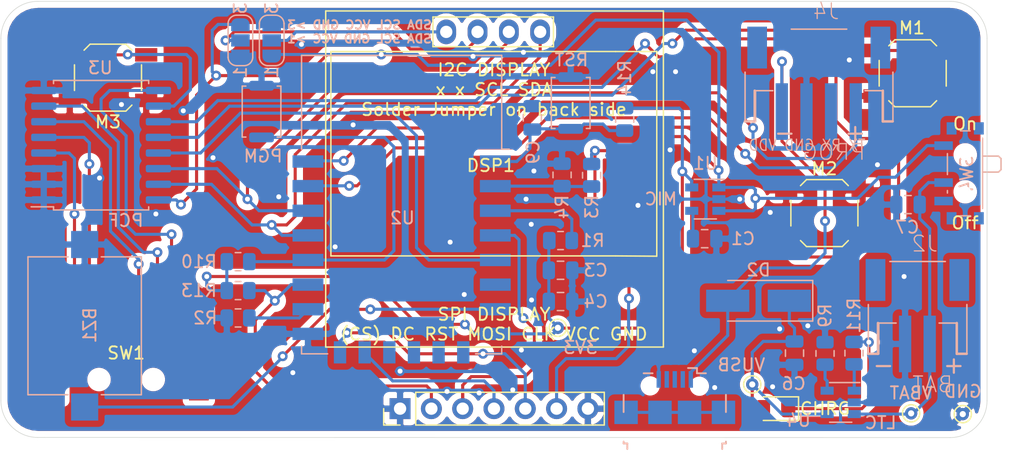
<source format=kicad_pcb>
(kicad_pcb (version 20171130) (host pcbnew 5.1.9+dfsg1-1)
  (layers (0 F.Cu signal) (31 B.Cu signal) (34 B.Paste user) (35 F.Paste user) (36 B.SilkS user) (37 F.SilkS user) (38 B.Mask user) (39 F.Mask user) (44 Edge.Cuts user))
  (net 0 "")
  (net 1 GND)
  (net 2 "Net-(C1-Pad1)")
  (net 3 +3V3)
  (net 4 /SCL)
  (net 5 /SDA)
  (net 6 /BUZZER)
  (net 7 /RX)
  (net 8 /TX)
  (net 9 /ADC)
  (net 10 /PCF_INT)
  (net 11 /V_BAT)
  (net 12 /V_USB)
  (net 13 /CHR_STATE)
  (net 14 /RST)
  (net 15 /GPIO0)
  (net 16 /SW_DOWN)
  (net 17 /SW_RIGHT)
  (net 18 /SW_UP)
  (net 19 /SW_CLICK)
  (net 20 /SW_LEFT)
  (net 21 /SW_M1)
  (net 22 /SW_M2)
  (net 23 /V_BAT_SW)
  (net 24 /SW_M3)
  (net 25 "Net-(R9-Pad1)")
  (net 26 /EN)
  (net 27 /GPIO15)
  (net 28 "Net-(D1-Pad1)")
  (net 29 "Net-(J1-Pad6)")
  (net 30 /VDD_USB)
  (net 31 /DSP_2)
  (net 32 /DSP_1)
  (net 33 /SCLK)
  (net 34 /MOSI)
  (net 35 /DSP_RST)
  (net 36 /DSP_DC)
  (module EspGame_Pcb:JST-PH-4-SMT-RA (layer B.Cu) (at 126.3777 89.73566 180)
    (fp_text reference J4 (at -0.5969 4.44246 180) (layer B.SilkS) (effects (font (size 1.27 1.27) (thickness 0.1016)) (justify mirror)))
    (fp_text value PROG (at -1.2319 -6.98754 180) (layer B.SilkS) (effects (font (size 1.27 1.27) (thickness 0.1016)) (justify mirror)))
    (fp_text user - (at 2.7559 -5.38734 180) (layer B.SilkS) (effects (font (size 1.4224 1.4224) (thickness 0.1778)) (justify mirror)))
    (fp_text user + (at -2.9591 -5.38734 180) (layer B.SilkS) (effects (font (size 1.4224 1.4224) (thickness 0.1778)) (justify mirror)))
    (pad 1 smd rect (at 3 -3.69824 180) (size 0.99822 4.59994) (layers B.Cu B.Paste B.Mask) (net 30 /VDD_USB))
    (pad 4 smd rect (at -3 -3.69824 180) (size 0.99822 4.59994) (layers B.Cu B.Paste B.Mask) (net 8 /TX))
    (pad NC2 smd rect (at 5 1.4986 90) (size 3.39852 1.59766) (layers B.Cu B.Paste B.Mask))
    (pad NC1 smd rect (at -5 1.4986 90) (size 3.39852 1.59766) (layers B.Cu B.Paste B.Mask))
    (pad 3 smd rect (at -0.99822 -3.69824 180) (size 0.99822 4.59994) (layers B.Cu B.Paste B.Mask) (net 7 /RX))
    (pad 2 smd rect (at 0.99822 -3.69824 180) (size 0.99822 4.59994) (layers B.Cu B.Paste B.Mask) (net 1 GND))
  )
  (module EspGame_Pcb:JST-PH-2-SMT-RA (layer B.Cu) (at 134.3787 108.6104 180)
    (fp_text reference J2 (at -0.5969 4.44246 180) (layer B.SilkS) (effects (font (size 1.27 1.27) (thickness 0.1016)) (justify mirror)))
    (fp_text value BAT (at -1.2319 -6.98754 180) (layer B.SilkS) (effects (font (size 1.27 1.27) (thickness 0.1016)) (justify mirror)))
    (fp_text user - (at 2.7559 -5.38734 180) (layer B.SilkS) (effects (font (size 1.4224 1.4224) (thickness 0.1778)) (justify mirror)))
    (fp_text user + (at -2.9591 -5.38734 180) (layer B.SilkS) (effects (font (size 1.4224 1.4224) (thickness 0.1778)) (justify mirror)))
    (pad NC2 smd rect (at 3.39852 1.4986 90) (size 3.39852 1.59766) (layers B.Cu B.Paste B.Mask))
    (pad NC1 smd rect (at -3.39852 1.4986 90) (size 3.39852 1.59766) (layers B.Cu B.Paste B.Mask))
    (pad 2 smd rect (at -0.99822 -3.69824 180) (size 0.99822 4.59994) (layers B.Cu B.Paste B.Mask) (net 11 /V_BAT))
    (pad 1 smd rect (at 0.99822 -3.69824 180) (size 0.99822 4.59994) (layers B.Cu B.Paste B.Mask) (net 1 GND))
  )
  (module SSD1306:128x64OLED (layer F.Cu) (at 99.7712 97.5614)
    (fp_text reference DSP1 (at 0 0.254) (layer F.SilkS))
    (fp_text value SSD1306)
    (pad 2 thru_hole oval (at -1.08 -10.6 90) (size 2 1.6) (drill 1) (layers *.Cu *.Mask) (net 31 /DSP_2))
    (pad 1 thru_hole oval (at -3.62 -10.6 90) (size 2 1.6) (drill 1) (layers *.Cu *.Mask) (net 32 /DSP_1))
    (pad 3 thru_hole oval (at 1.46 -10.6 90) (size 2 1.6) (drill 1) (layers *.Cu *.Mask) (net 4 /SCL))
    (pad 4 thru_hole oval (at 4 -10.6 90) (size 2 1.6) (drill 1) (layers *.Cu *.Mask) (net 5 /SDA))
  )
  (module Various_Parts:SW_Push_SPST_NO_Alps_SKRK (layer B.Cu) (at 81.1657 93.4339 90)
    (fp_text reference SW7 hide)
    (fp_text value PGM (at -3.6195 0.127 180) (layer B.SilkS) (effects (justify mirror)))
    (pad 1 smd roundrect (at -2.1 0 90) (size 0.8 2) (layers B.Cu B.Paste B.Mask) (net 15 /GPIO0))
    (pad 2 smd roundrect (at 2.1 0 90) (size 0.8 2) (layers B.Cu B.Paste B.Mask) (net 1 GND))
  )
  (module Connector_PinHeader_2.54mm:PinHeader_1x07_P2.54mm_Vertical (layer F.Cu) (at 92.4052 117.5639 90)
    (fp_text reference J3 hide)
    (fp_text value Conn_01x07)
    (pad 7 thru_hole oval (at 0 15.24 90) (size 1.7 1.7) (drill 1) (layers *.Cu *.Mask) (net 1 GND))
    (pad 6 thru_hole oval (at 0 12.7 90) (size 1.7 1.7) (drill 1) (layers *.Cu *.Mask) (net 23 /V_BAT_SW))
    (pad 5 thru_hole oval (at 0 10.16 90) (size 1.7 1.7) (drill 1) (layers *.Cu *.Mask) (net 33 /SCLK))
    (pad 4 thru_hole oval (at 0 7.62 90) (size 1.7 1.7) (drill 1) (layers *.Cu *.Mask) (net 34 /MOSI))
    (pad 3 thru_hole oval (at 0 5.08 90) (size 1.7 1.7) (drill 1) (layers *.Cu *.Mask) (net 35 /DSP_RST))
    (pad 2 thru_hole oval (at 0 2.54 90) (size 1.7 1.7) (drill 1) (layers *.Cu *.Mask) (net 36 /DSP_DC))
    (pad 1 thru_hole rect (at 0 0 90) (size 1.7 1.7) (drill 1) (layers *.Cu *.Mask) (net 1 GND))
  )
  (module Jumper:SolderJumper-3_P1.3mm_Open_RoundedPad1.0x1.5mm_NumberLabels (layer B.Cu) (at 81.9912 87.6554 90)
    (fp_text reference JP2 hide)
    (fp_text value " ")
    (fp_text user 1 (at -2.6 0 90) (layer B.SilkS) (effects (justify mirror)))
    (fp_text user 3 (at 2.6 0 90) (layer B.SilkS) (effects (justify mirror)))
    (pad 2 smd rect (at 0 0 90) (size 1 1.5) (layers B.Cu B.Mask) (net 32 /DSP_1))
    (pad 3 smd custom (at 1.3 0 90) (size 1 0.5) (layers B.Cu B.Mask) (net 1 GND) (options (clearance outline) (anchor rect)) (primitives (gr_circle (center 0 -0.25) (end 0.5 -0.25) (width 0)) (gr_circle (center 0 0.25) (end 0.5 0.25) (width 0)) (gr_poly (pts (xy -0.55 0.75) (xy 0 0.75) (xy 0 -0.75) (xy -0.55 -0.75)) (width 0))))
    (pad 1 smd custom (at -1.3 0 90) (size 1 0.5) (layers B.Cu B.Mask) (net 23 /V_BAT_SW) (options (clearance outline) (anchor rect)) (primitives (gr_circle (center 0 -0.25) (end 0.5 -0.25) (width 0)) (gr_circle (center 0 0.25) (end 0.5 0.25) (width 0)) (gr_poly (pts (xy 0.55 0.75) (xy 0 0.75) (xy 0 -0.75) (xy 0.55 -0.75)) (width 0))))
  )
  (module Jumper:SolderJumper-3_P1.3mm_Open_RoundedPad1.0x1.5mm_NumberLabels (layer B.Cu) (at 79.4512 87.6554 90)
    (fp_text reference JP1 hide)
    (fp_text value " ")
    (fp_text user 1 (at -2.6 0 90) (layer B.SilkS) (effects (justify mirror)))
    (fp_text user 3 (at 2.6 0 90) (layer B.SilkS) (effects (justify mirror)))
    (pad 2 smd rect (at 0 0 90) (size 1 1.5) (layers B.Cu B.Mask) (net 31 /DSP_2))
    (pad 3 smd custom (at 1.3 0 90) (size 1 0.5) (layers B.Cu B.Mask) (net 23 /V_BAT_SW) (options (clearance outline) (anchor rect)) (primitives (gr_circle (center 0 -0.25) (end 0.5 -0.25) (width 0)) (gr_circle (center 0 0.25) (end 0.5 0.25) (width 0)) (gr_poly (pts (xy -0.55 0.75) (xy 0 0.75) (xy 0 -0.75) (xy -0.55 -0.75)) (width 0))))
    (pad 1 smd custom (at -1.3 0 90) (size 1 0.5) (layers B.Cu B.Mask) (net 1 GND) (options (clearance outline) (anchor rect)) (primitives (gr_circle (center 0 -0.25) (end 0.5 -0.25) (width 0)) (gr_circle (center 0 0.25) (end 0.5 0.25) (width 0)) (gr_poly (pts (xy 0.55 0.75) (xy 0 0.75) (xy 0 -0.75) (xy 0.55 -0.75)) (width 0))))
  )
  (module Diode_SMD:D_SMA_Handsoldering (layer B.Cu) (at 121.4882 108.8009 180)
    (fp_text reference D2 (at 0 2.5) (layer B.SilkS) (effects (justify mirror)))
    (fp_text value 1N4007)
    (pad 2 smd rect (at 2.5 0 180) (size 3.5 1.8) (layers B.Cu B.Paste B.Mask) (net 30 /VDD_USB))
    (pad 1 smd rect (at -2.5 0 180) (size 3.5 1.8) (layers B.Cu B.Paste B.Mask) (net 12 /V_USB))
  )
  (module Capacitor_SMD:C_0805_2012Metric (layer B.Cu) (at 103.1367 93.9419 90)
    (fp_text reference C9 (at -2.794 0.0635 90) (layer B.SilkS) (effects (justify mirror)))
    (fp_text value 470pF)
    (pad 2 smd roundrect (at 0.95 0 90) (size 1 1.45) (layers B.Cu B.Paste B.Mask) (net 1 GND))
    (pad 1 smd roundrect (at -0.95 0 90) (size 1 1.45) (layers B.Cu B.Paste B.Mask) (net 14 /RST))
  )
  (module Various_Parts:TestPoint_THTPad_D1.0mm_Drill0.5mm (layer F.Cu) (at 138.0617 118.0084)
    (fp_text reference TP4 hide)
    (fp_text value GND (at 0 -1.8415) (layer B.SilkS) (effects (justify mirror)))
    (pad 1 thru_hole circle (at 0 0) (size 1 1) (drill 0.5) (layers *.Cu *.Mask) (net 1 GND))
  )
  (module Various_Parts:TestPoint_THTPad_D1.0mm_Drill0.5mm (layer F.Cu) (at 105.2068 110.998)
    (fp_text reference TP3 hide)
    (fp_text value 3V3 (at 1.8288 1.6002) (layer B.SilkS) (effects (justify mirror)))
    (pad 1 thru_hole circle (at 0 0) (size 1 1) (drill 0.5) (layers *.Cu *.Mask) (net 3 +3V3))
  )
  (module Various_Parts:TestPoint_THTPad_D1.0mm_Drill0.5mm (layer F.Cu) (at 120.9802 115.5954)
    (fp_text reference TP2 hide)
    (fp_text value VUSB (at -0.889 -1.5875) (layer B.SilkS) (effects (justify mirror)))
    (pad 1 thru_hole circle (at 0 0) (size 1 1) (drill 0.5) (layers *.Cu *.Mask) (net 12 /V_USB))
  )
  (module Various_Parts:TestPoint_THTPad_D1.0mm_Drill0.5mm (layer F.Cu) (at 133.8707 117.9449)
    (fp_text reference TP1 hide)
    (fp_text value VBAT (at 0 -1.651) (layer B.SilkS) (effects (justify mirror)))
    (pad 1 thru_hole circle (at 0 0) (size 1 1) (drill 0.5) (layers *.Cu *.Mask) (net 11 /V_BAT))
  )
  (module Various_Parts:USB_Micro-Socket (layer B.Cu) (at 114.6937 114.5159 180)
    (fp_text reference J1 hide)
    (fp_text value USB_B_Micro)
    (pad 6 smd rect (at -3.95 -3.35 180) (size 1.9 1.9) (layers B.Cu B.Paste B.Mask) (net 29 "Net-(J1-Pad6)"))
    (pad 6 smd rect (at -1.2 -3.35 180) (size 1.9 1.9) (layers B.Cu B.Paste B.Mask) (net 29 "Net-(J1-Pad6)"))
    (pad 6 smd rect (at 1.2 -3.35 180) (size 1.9 1.9) (layers B.Cu B.Paste B.Mask) (net 29 "Net-(J1-Pad6)"))
    (pad 6 smd rect (at 3.95 -3.35 180) (size 1.9 1.9) (layers B.Cu B.Paste B.Mask) (net 29 "Net-(J1-Pad6)"))
    (pad "" np_thru_hole circle (at 2 -1.2 180) (size 0.55 0.55) (drill 0.55) (layers *.Cu *.Mask))
    (pad "" np_thru_hole circle (at -2 -1.22508 180) (size 0.55 0.55) (drill 0.55) (layers *.Cu *.Mask))
    (pad 5 smd rect (at 1.3 -0.67508 180) (size 0.35 1.35) (layers B.Cu B.Paste B.Mask) (net 1 GND))
    (pad 4 smd rect (at 0.65 -0.67508 180) (size 0.35 1.35) (layers B.Cu B.Paste B.Mask))
    (pad 3 smd rect (at 0 -0.67508 180) (size 0.35 1.35) (layers B.Cu B.Paste B.Mask))
    (pad 2 smd rect (at -0.65 -0.67508 180) (size 0.35 1.35) (layers B.Cu B.Paste B.Mask))
    (pad 1 smd rect (at -1.3 -0.67508 180) (size 0.35 1.35) (layers B.Cu B.Paste B.Mask) (net 30 /VDD_USB))
  )
  (module Various_Parts:SW_Push_SPST_NO_Alps_SKRK (layer B.Cu) (at 106.2482 92.7354 90)
    (fp_text reference SW6 hide)
    (fp_text value RST (at 3.4925 0.0635 180) (layer B.SilkS) (effects (justify mirror)))
    (pad 1 smd roundrect (at -2.1 0 90) (size 0.8 2) (layers B.Cu B.Paste B.Mask) (net 14 /RST))
    (pad 2 smd roundrect (at 2.1 0 90) (size 0.8 2) (layers B.Cu B.Paste B.Mask) (net 1 GND))
  )
  (module Various_Parts:SW_SPST_SKQG_WithoutStem (layer F.Cu) (at 68.707 90.678)
    (fp_text reference SW5 hide)
    (fp_text value M3 (at 0 3.6) (layer F.SilkS))
    (pad 2 smd rect (at 3.1 1.85) (size 1.8 1.1) (layers F.Cu F.Paste F.Mask) (net 1 GND))
    (pad 2 smd rect (at -3.1 1.85) (size 1.8 1.1) (layers F.Cu F.Paste F.Mask) (net 1 GND))
    (pad 1 smd rect (at 3.1 -1.85) (size 1.8 1.1) (layers F.Cu F.Paste F.Mask) (net 24 /SW_M3))
    (pad 1 smd rect (at -3.1 -1.85) (size 1.8 1.1) (layers F.Cu F.Paste F.Mask) (net 24 /SW_M3))
  )
  (module Various_Parts:SW_SPDT_PCM12 (layer B.Cu) (at 137.9347 98.4504 270)
    (fp_text reference SW4 (at 0.0635 -0.4445 270) (layer B.SilkS) (effects (justify mirror)))
    (fp_text value SW_Push_SPDT)
    (pad 4 smd rect (at -3.65 0.78 270) (size 1 0.8) (layers B.Cu B.Paste B.Mask))
    (pad 4 smd rect (at 3.65 0.78 270) (size 1 0.8) (layers B.Cu B.Paste B.Mask))
    (pad 4 smd rect (at 3.65 -1.43 270) (size 1 0.8) (layers B.Cu B.Paste B.Mask))
    (pad 4 smd rect (at -3.65 -1.43 270) (size 1 0.8) (layers B.Cu B.Paste B.Mask))
    (pad 3 smd rect (at 2.25 1.43 270) (size 0.7 1.5) (layers B.Cu B.Paste B.Mask))
    (pad 2 smd rect (at 0.75 1.43 270) (size 0.7 1.5) (layers B.Cu B.Paste B.Mask) (net 11 /V_BAT))
    (pad 1 smd rect (at -2.25 1.43 270) (size 0.7 1.5) (layers B.Cu B.Paste B.Mask) (net 23 /V_BAT_SW))
    (pad "" np_thru_hole circle (at 1.5 -0.33 270) (size 0.9 0.9) (drill 0.9) (layers *.Cu *.Mask))
    (pad "" np_thru_hole circle (at -1.5 -0.33 270) (size 0.9 0.9) (drill 0.9) (layers *.Cu *.Mask))
  )
  (module Various_Parts:SW_SPST_SKQG_WithoutStem (layer F.Cu) (at 126.8337 101.6804 180)
    (fp_text reference SW3 hide)
    (fp_text value M2 (at 0 3.6) (layer F.SilkS))
    (pad 2 smd rect (at 3.1 1.85 180) (size 1.8 1.1) (layers F.Cu F.Paste F.Mask) (net 1 GND))
    (pad 2 smd rect (at -3.1 1.85 180) (size 1.8 1.1) (layers F.Cu F.Paste F.Mask) (net 1 GND))
    (pad 1 smd rect (at 3.1 -1.85 180) (size 1.8 1.1) (layers F.Cu F.Paste F.Mask) (net 22 /SW_M2))
    (pad 1 smd rect (at -3.1 -1.85 180) (size 1.8 1.1) (layers F.Cu F.Paste F.Mask) (net 22 /SW_M2))
  )
  (module Various_Parts:SW_SPST_SKQG_WithoutStem (layer F.Cu) (at 133.9977 90.3224)
    (fp_text reference SW2 hide)
    (fp_text value M1 (at -0.0635 -3.683) (layer F.SilkS))
    (pad 2 smd rect (at 3.1 1.85) (size 1.8 1.1) (layers F.Cu F.Paste F.Mask) (net 1 GND))
    (pad 2 smd rect (at -3.1 1.85) (size 1.8 1.1) (layers F.Cu F.Paste F.Mask) (net 1 GND))
    (pad 1 smd rect (at 3.1 -1.85) (size 1.8 1.1) (layers F.Cu F.Paste F.Mask) (net 21 /SW_M1))
    (pad 1 smd rect (at -3.1 -1.85) (size 1.8 1.1) (layers F.Cu F.Paste F.Mask) (net 21 /SW_M1))
  )
  (module Resistor_SMD:R_0805_2012Metric (layer B.Cu) (at 129.2352 113.0554 90)
    (fp_text reference R11 (at 3.048 0 90) (layer B.SilkS) (effects (justify mirror)))
    (fp_text value 10k)
    (pad 2 smd roundrect (at 0.9125 0 90) (size 1.025 1.4) (layers B.Cu B.Paste B.Mask) (roundrect_rratio 0.2439004878048781) (net 28 "Net-(D1-Pad1)"))
    (pad 1 smd roundrect (at -0.9125 0 90) (size 1.025 1.4) (layers B.Cu B.Paste B.Mask) (roundrect_rratio 0.2439004878048781) (net 13 /CHR_STATE))
  )
  (module LED_SMD:LED_0805_2012Metric_Pad1.15x1.40mm_HandSolder (layer F.Cu) (at 122.8762 117.5639 180)
    (fp_text reference D1 hide)
    (fp_text value CHRG (at -4.0095 0) (layer F.SilkS))
    (pad 2 smd roundrect (at 1.025 0 180) (size 1.15 1.4) (layers F.Cu F.Paste F.Mask) (roundrect_rratio 0.2173904347826087) (net 12 /V_USB))
    (pad 1 smd roundrect (at -1.025 0 180) (size 1.15 1.4) (layers F.Cu F.Paste F.Mask) (roundrect_rratio 0.2173904347826087) (net 28 "Net-(D1-Pad1)"))
  )
  (module Resistor_SMD:R_0805_2012Metric (layer B.Cu) (at 110.6297 94.0689 270)
    (fp_text reference R14 (at -3.3655 0 90) (layer B.SilkS) (effects (justify mirror)))
    (fp_text value 12k)
    (pad 2 smd roundrect (at 0.9125 0 270) (size 1.025 1.4) (layers B.Cu B.Paste B.Mask) (roundrect_rratio 0.2439004878048781) (net 14 /RST))
    (pad 1 smd roundrect (at -0.9125 0 270) (size 1.025 1.4) (layers B.Cu B.Paste B.Mask) (roundrect_rratio 0.2439004878048781) (net 3 +3V3))
  )
  (module Resistor_SMD:R_0805_2012Metric (layer B.Cu) (at 79.2607 107.9754)
    (fp_text reference R13 (at -3.175 0) (layer B.SilkS) (effects (justify mirror)))
    (fp_text value 12k)
    (pad 2 smd roundrect (at 0.9125 0) (size 1.025 1.4) (layers B.Cu B.Paste B.Mask) (roundrect_rratio 0.2439004878048781) (net 36 /DSP_DC))
    (pad 1 smd roundrect (at -0.9125 0) (size 1.025 1.4) (layers B.Cu B.Paste B.Mask) (roundrect_rratio 0.2439004878048781) (net 3 +3V3))
  )
  (module Resistor_SMD:R_0805_2012Metric (layer B.Cu) (at 79.2607 105.6259)
    (fp_text reference R10 (at -3.175 0) (layer B.SilkS) (effects (justify mirror)))
    (fp_text value 12k)
    (pad 2 smd roundrect (at 0.9125 0) (size 1.025 1.4) (layers B.Cu B.Paste B.Mask) (roundrect_rratio 0.2439004878048781) (net 15 /GPIO0))
    (pad 1 smd roundrect (at -0.9125 0) (size 1.025 1.4) (layers B.Cu B.Paste B.Mask) (roundrect_rratio 0.2439004878048781) (net 3 +3V3))
  )
  (module Package_TO_SOT_SMD:SOT-23-5 (layer B.Cu) (at 128.1557 117.0559 180)
    (fp_text reference U4 (at 3.429 -1.4605) (layer B.SilkS) (effects (justify mirror)))
    (fp_text value LTC4054)
    (fp_text user LTC (at -3.2385 -1.651 180) (layer B.SilkS) (effects (justify mirror)))
    (pad 5 smd rect (at 1.1 0.95 180) (size 1.06 0.65) (layers B.Cu B.Paste B.Mask) (net 25 "Net-(R9-Pad1)"))
    (pad 4 smd rect (at 1.1 -0.95 180) (size 1.06 0.65) (layers B.Cu B.Paste B.Mask) (net 12 /V_USB))
    (pad 3 smd rect (at -1.1 -0.95 180) (size 1.06 0.65) (layers B.Cu B.Paste B.Mask) (net 11 /V_BAT))
    (pad 2 smd rect (at -1.1 0 180) (size 1.06 0.65) (layers B.Cu B.Paste B.Mask) (net 1 GND))
    (pad 1 smd rect (at -1.1 0.95 180) (size 1.06 0.65) (layers B.Cu B.Paste B.Mask) (net 13 /CHR_STATE))
  )
  (module Resistor_SMD:R_0805_2012Metric (layer B.Cu) (at 126.8857 113.0789 90)
    (fp_text reference R9 (at 3.0715 0 90) (layer B.SilkS) (effects (justify mirror)))
    (fp_text value 2.2k)
    (pad 2 smd roundrect (at 0.9125 0 90) (size 1.025 1.4) (layers B.Cu B.Paste B.Mask) (roundrect_rratio 0.2439004878048781) (net 1 GND))
    (pad 1 smd roundrect (at -0.9125 0 90) (size 1.025 1.4) (layers B.Cu B.Paste B.Mask) (roundrect_rratio 0.2439004878048781) (net 25 "Net-(R9-Pad1)"))
  )
  (module Capacitor_SMD:C_0805_2012Metric (layer B.Cu) (at 133.6167 100.9904 180)
    (fp_text reference C7 (at 0.0635 -1.8415) (layer B.SilkS) (effects (justify mirror)))
    (fp_text value 100nF)
    (pad 2 smd roundrect (at 0.95 0 180) (size 1 1.45) (layers B.Cu B.Paste B.Mask) (net 1 GND))
    (pad 1 smd roundrect (at -0.95 0 180) (size 1 1.45) (layers B.Cu B.Paste B.Mask) (net 11 /V_BAT))
  )
  (module Capacitor_SMD:C_0805_2012Metric (layer B.Cu) (at 124.4092 113.0554 270)
    (fp_text reference C6 (at 2.4765 0.0635 180) (layer B.SilkS) (effects (justify mirror)))
    (fp_text value 1uF)
    (pad 2 smd roundrect (at 0.95 0 270) (size 1 1.45) (layers B.Cu B.Paste B.Mask) (net 1 GND))
    (pad 1 smd roundrect (at -0.95 0 270) (size 1 1.45) (layers B.Cu B.Paste B.Mask) (net 12 /V_USB))
  )
  (module RF_Module:ESP-12E (layer B.Cu) (at 92.5322 100.9904 180)
    (fp_text reference U2 (at -0.0635 -1.0795) (layer B.SilkS) (effects (justify mirror)))
    (fp_text value ESP-12F)
    (pad 22 smd rect (at 7.6 3.5 180) (size 2.5 1) (layers B.Cu B.Paste B.Mask) (net 7 /RX))
    (pad 21 smd rect (at 7.6 1.5 180) (size 2.5 1) (layers B.Cu B.Paste B.Mask) (net 8 /TX))
    (pad 20 smd rect (at 7.6 -0.5 180) (size 2.5 1) (layers B.Cu B.Paste B.Mask) (net 4 /SCL))
    (pad 19 smd rect (at 7.6 -2.5 180) (size 2.5 1) (layers B.Cu B.Paste B.Mask) (net 5 /SDA))
    (pad 18 smd rect (at 7.6 -4.5 180) (size 2.5 1) (layers B.Cu B.Paste B.Mask) (net 15 /GPIO0))
    (pad 17 smd rect (at 7.6 -6.5 180) (size 2.5 1) (layers B.Cu B.Paste B.Mask) (net 36 /DSP_DC))
    (pad 16 smd rect (at 7.6 -8.5 180) (size 2.5 1) (layers B.Cu B.Paste B.Mask) (net 27 /GPIO15))
    (pad 15 smd rect (at 7.6 -10.5 180) (size 2.5 1) (layers B.Cu B.Paste B.Mask) (net 1 GND))
    (pad 14 smd rect (at 5 -12 180) (size 1 1.8) (layers B.Cu B.Paste B.Mask) (net 33 /SCLK))
    (pad 13 smd rect (at 3 -12 180) (size 1 1.8) (layers B.Cu B.Paste B.Mask) (net 34 /MOSI))
    (pad 12 smd rect (at 1 -12 180) (size 1 1.8) (layers B.Cu B.Paste B.Mask))
    (pad 11 smd rect (at -1 -12 180) (size 1 1.8) (layers B.Cu B.Paste B.Mask))
    (pad 10 smd rect (at -3 -12 180) (size 1 1.8) (layers B.Cu B.Paste B.Mask))
    (pad 9 smd rect (at -5 -12 180) (size 1 1.8) (layers B.Cu B.Paste B.Mask))
    (pad 8 smd rect (at -7.6 -10.5 180) (size 2.5 1) (layers B.Cu B.Paste B.Mask) (net 3 +3V3))
    (pad 7 smd rect (at -7.6 -8.5 180) (size 2.5 1) (layers B.Cu B.Paste B.Mask) (net 6 /BUZZER))
    (pad 6 smd rect (at -7.6 -6.5 180) (size 2.5 1) (layers B.Cu B.Paste B.Mask))
    (pad 5 smd rect (at -7.6 -4.5 180) (size 2.5 1) (layers B.Cu B.Paste B.Mask) (net 10 /PCF_INT))
    (pad 4 smd rect (at -7.6 -2.5 180) (size 2.5 1) (layers B.Cu B.Paste B.Mask) (net 35 /DSP_RST))
    (pad 3 smd rect (at -7.6 -0.5 180) (size 2.5 1) (layers B.Cu B.Paste B.Mask) (net 26 /EN))
    (pad 2 smd rect (at -7.6 1.5 180) (size 2.5 1) (layers B.Cu B.Paste B.Mask) (net 9 /ADC))
    (pad 1 smd rect (at -7.6 3.5 180) (size 2.5 1) (layers B.Cu B.Paste B.Mask) (net 14 /RST))
  )
  (module Various_Parts:MultiDirectionSwitch_5way (layer F.Cu) (at 70.1802 112.5474)
    (fp_text reference SW1 (at 0 0.5) (layer F.SilkS))
    (fp_text value MultiDirectionSwitch_5way)
    (pad "" np_thru_hole circle (at 2.2 2.65) (size 0.9 0.9) (drill 0.9) (layers *.Cu *.Mask))
    (pad "" np_thru_hole circle (at -2.2 2.65) (size 0.9 0.9) (drill 0.9) (layers *.Cu *.Mask))
    (pad 6 smd rect (at 5.9 3.7) (size 1.6 1.3) (layers F.Cu F.Paste F.Mask) (net 16 /SW_DOWN))
    (pad 5 smd rect (at 5.9 0) (size 1.6 1.3) (layers F.Cu F.Paste F.Mask) (net 17 /SW_RIGHT))
    (pad 4 smd rect (at 5.9 -2.8) (size 1.6 1.3) (layers F.Cu F.Paste F.Mask) (net 18 /SW_UP))
    (pad 3 smd rect (at -5.9 3.7) (size 1.6 1.3) (layers F.Cu F.Paste F.Mask) (net 19 /SW_CLICK))
    (pad 2 smd rect (at -5.9 0) (size 1.6 1.3) (layers F.Cu F.Paste F.Mask) (net 20 /SW_LEFT))
    (pad 1 smd rect (at -5.9 -2.8) (size 1.6 1.3) (layers F.Cu F.Paste F.Mask) (net 1 GND))
  )
  (module Package_TO_SOT_SMD:SOT-23-5 (layer B.Cu) (at 117.1702 100.5459 180)
    (fp_text reference U1 (at 0 2.9) (layer B.SilkS) (effects (justify mirror)))
    (fp_text value MIC5219-3.3YMM)
    (fp_text user MIC (at 3.6068 0.0127 180) (layer B.SilkS) (effects (justify mirror)))
    (pad 5 smd rect (at 1.1 0.95 180) (size 1.06 0.65) (layers B.Cu B.Paste B.Mask) (net 3 +3V3))
    (pad 4 smd rect (at 1.1 -0.95 180) (size 1.06 0.65) (layers B.Cu B.Paste B.Mask) (net 2 "Net-(C1-Pad1)"))
    (pad 3 smd rect (at -1.1 -0.95 180) (size 1.06 0.65) (layers B.Cu B.Paste B.Mask) (net 23 /V_BAT_SW))
    (pad 2 smd rect (at -1.1 0 180) (size 1.06 0.65) (layers B.Cu B.Paste B.Mask) (net 1 GND))
    (pad 1 smd rect (at -1.1 0.95 180) (size 1.06 0.65) (layers B.Cu B.Paste B.Mask) (net 23 /V_BAT_SW))
  )
  (module Resistor_SMD:R_0805_2012Metric (layer B.Cu) (at 105.5497 98.5774 90)
    (fp_text reference R4 (at -2.6035 0 90) (layer B.SilkS) (effects (justify mirror)))
    (fp_text value 22k)
    (pad 2 smd roundrect (at 0.9125 0 90) (size 1.025 1.4) (layers B.Cu B.Paste B.Mask) (roundrect_rratio 0.2439004878048781) (net 1 GND))
    (pad 1 smd roundrect (at -0.9125 0 90) (size 1.025 1.4) (layers B.Cu B.Paste B.Mask) (roundrect_rratio 0.2439004878048781) (net 9 /ADC))
  )
  (module Resistor_SMD:R_0805_2012Metric (layer B.Cu) (at 107.9462 98.6064 270)
    (fp_text reference R3 (at 2.5745 -0.0165 90) (layer B.SilkS) (effects (justify mirror)))
    (fp_text value 4.7k)
    (pad 2 smd roundrect (at 0.9125 0 270) (size 1.025 1.4) (layers B.Cu B.Paste B.Mask) (roundrect_rratio 0.2439004878048781) (net 9 /ADC))
    (pad 1 smd roundrect (at -0.9125 0 270) (size 1.025 1.4) (layers B.Cu B.Paste B.Mask) (roundrect_rratio 0.2439004878048781) (net 23 /V_BAT_SW))
  )
  (module Resistor_SMD:R_0805_2012Metric (layer B.Cu) (at 79.2607 110.1979 180)
    (fp_text reference R2 (at 2.667 0) (layer B.SilkS) (effects (justify mirror)))
    (fp_text value 12k)
    (pad 2 smd roundrect (at 0.9125 0 180) (size 1.025 1.4) (layers B.Cu B.Paste B.Mask) (roundrect_rratio 0.2439004878048781) (net 1 GND))
    (pad 1 smd roundrect (at -0.9125 0 180) (size 1.025 1.4) (layers B.Cu B.Paste B.Mask) (roundrect_rratio 0.2439004878048781) (net 27 /GPIO15))
  )
  (module Resistor_SMD:R_0805_2012Metric (layer B.Cu) (at 105.4252 103.9114)
    (fp_text reference R1 (at 2.6035 0) (layer B.SilkS) (effects (justify mirror)))
    (fp_text value 12k)
    (pad 2 smd roundrect (at 0.9125 0) (size 1.025 1.4) (layers B.Cu B.Paste B.Mask) (roundrect_rratio 0.2439004878048781) (net 26 /EN))
    (pad 1 smd roundrect (at -0.9125 0) (size 1.025 1.4) (layers B.Cu B.Paste B.Mask) (roundrect_rratio 0.2439004878048781) (net 3 +3V3))
  )
  (module Buzzer_Beeper:Buzzer_Mallory_AST1109MLTRQ (layer B.Cu) (at 66.8147 110.8329 90)
    (fp_text reference BZ1 (at 0.0381 0.4191 270) (layer B.SilkS) (effects (justify mirror)))
    (fp_text value Buzzer)
    (pad 1 smd rect (at -6.6 0 90) (size 2.2 2.2) (layers B.Cu B.Paste B.Mask) (net 6 /BUZZER))
    (pad 2 smd rect (at 6.6 0 90) (size 2.2 2.2) (layers B.Cu B.Paste B.Mask) (net 1 GND))
  )
  (module Package_SO:SOIC-16W_7.5x10.3mm_P1.27mm (layer B.Cu) (at 68.1482 96.1644)
    (fp_text reference U3 (at -0.0635 -6.2865) (layer B.SilkS) (effects (justify mirror)))
    (fp_text value PCF8574)
    (fp_text user PCF (at 2.0066 6.1214) (layer B.SilkS) (effects (justify mirror)))
    (pad 16 smd roundrect (at 4.65 4.445) (size 2.05 0.6) (layers B.Cu B.Paste B.Mask) (net 23 /V_BAT_SW))
    (pad 15 smd roundrect (at 4.65 3.175) (size 2.05 0.6) (layers B.Cu B.Paste B.Mask) (net 5 /SDA))
    (pad 14 smd roundrect (at 4.65 1.905) (size 2.05 0.6) (layers B.Cu B.Paste B.Mask) (net 4 /SCL))
    (pad 13 smd roundrect (at 4.65 0.635) (size 2.05 0.6) (layers B.Cu B.Paste B.Mask) (net 10 /PCF_INT))
    (pad 12 smd roundrect (at 4.65 -0.635) (size 2.05 0.6) (layers B.Cu B.Paste B.Mask) (net 21 /SW_M1))
    (pad 11 smd roundrect (at 4.65 -1.905) (size 2.05 0.6) (layers B.Cu B.Paste B.Mask) (net 22 /SW_M2))
    (pad 10 smd roundrect (at 4.65 -3.175) (size 2.05 0.6) (layers B.Cu B.Paste B.Mask) (net 24 /SW_M3))
    (pad 9 smd roundrect (at 4.65 -4.445) (size 2.05 0.6) (layers B.Cu B.Paste B.Mask) (net 18 /SW_UP))
    (pad 8 smd roundrect (at -4.65 -4.445) (size 2.05 0.6) (layers B.Cu B.Paste B.Mask) (net 1 GND))
    (pad 7 smd roundrect (at -4.65 -3.175) (size 2.05 0.6) (layers B.Cu B.Paste B.Mask) (net 17 /SW_RIGHT))
    (pad 6 smd roundrect (at -4.65 -1.905) (size 2.05 0.6) (layers B.Cu B.Paste B.Mask) (net 16 /SW_DOWN))
    (pad 5 smd roundrect (at -4.65 -0.635) (size 2.05 0.6) (layers B.Cu B.Paste B.Mask) (net 19 /SW_CLICK))
    (pad 4 smd roundrect (at -4.65 0.635) (size 2.05 0.6) (layers B.Cu B.Paste B.Mask) (net 20 /SW_LEFT))
    (pad 3 smd roundrect (at -4.65 1.905) (size 2.05 0.6) (layers B.Cu B.Paste B.Mask) (net 1 GND))
    (pad 2 smd roundrect (at -4.65 3.175) (size 2.05 0.6) (layers B.Cu B.Paste B.Mask) (net 1 GND))
    (pad 1 smd roundrect (at -4.65 4.445) (size 2.05 0.6) (layers B.Cu B.Paste B.Mask) (net 1 GND))
  )
  (module Capacitor_SMD:C_0805_2012Metric (layer B.Cu) (at 105.4252 108.8644 180)
    (fp_text reference C4 (at -2.855 0) (layer B.SilkS) (effects (justify mirror)))
    (fp_text value 10uF)
    (pad 2 smd roundrect (at 0.95 0 180) (size 1 1.45) (layers B.Cu B.Paste B.Mask) (net 3 +3V3))
    (pad 1 smd roundrect (at -0.95 0 180) (size 1 1.45) (layers B.Cu B.Paste B.Mask) (net 1 GND))
  )
  (module Capacitor_SMD:C_0805_2012Metric (layer B.Cu) (at 105.4252 106.3244 180)
    (fp_text reference C3 (at -2.855 0) (layer B.SilkS) (effects (justify mirror)))
    (fp_text value 100nF)
    (pad 2 smd roundrect (at 0.95 0 180) (size 1 1.45) (layers B.Cu B.Paste B.Mask) (net 3 +3V3))
    (pad 1 smd roundrect (at -0.95 0 180) (size 1 1.45) (layers B.Cu B.Paste B.Mask) (net 1 GND))
  )
  (module Capacitor_SMD:C_0805_2012Metric (layer B.Cu) (at 117.1194 103.759)
    (fp_text reference C1 (at 3.109 0) (layer B.SilkS) (effects (justify mirror)))
    (fp_text value 470pF)
    (pad 2 smd roundrect (at 0.95 0) (size 1 1.45) (layers B.Cu B.Paste B.Mask) (net 1 GND))
    (pad 1 smd roundrect (at -0.95 0) (size 1 1.45) (layers B.Cu B.Paste B.Mask) (net 2 "Net-(C1-Pad1)"))
  )
  (gr_text "On\n\n\n\n\nOff" (at 138.2522 98.4504) (layer F.SilkS) (effects (font (size 1 1))))
  (gr_text "TX RX GND VDD" (at 125.4252 96.1644) (layer B.SilkS) (effects (font (size 0.9 0.8) (thickness 0.1)) (justify mirror)))
  (gr_text "SDA SCL VCC GND >3\nSDA SCL GND VCC >1" (at 89.1032 86.9569) (layer B.SilkS) (effects (font (size 0.7 0.7)) (justify mirror)))
  (gr_text "SPI DISPLAY\n(CS) DC RST MOSI CLK VCC GND\n" (at 100.0252 110.7059) (layer F.SilkS) (effects (font (size 1 1))))
  (gr_text "I2C DISPLAY\nx x SCL SDA\nSolder Jumper on back side" (at 100.0252 91.6559) (layer F.SilkS) (effects (font (size 1 1))))
  (gr_arc (start 137.033 116.9162) (end 137.033 119.9134) (angle -90) (layer Edge.Cuts) (width 0.05))
  (gr_arc (start 137.033 87.4776) (end 140.0302 87.4776) (angle -90) (layer Edge.Cuts) (width 0.05))
  (gr_arc (start 63.0174 87.4776) (end 63.0174 84.4804) (angle -90) (layer Edge.Cuts) (width 0.05))
  (gr_arc (start 63.0047 116.9162) (end 60.0202 116.9162) (angle -90) (layer Edge.Cuts) (width 0.05))
  (gr_line (start 60.0202 116.9162) (end 60.0202 87.4776) (layer Edge.Cuts) (width 0.05))
  (gr_line (start 137.033 119.9134) (end 63.0047 119.9007) (layer Edge.Cuts) (width 0.05))
  (gr_line (start 140.0302 87.4776) (end 140.0302 116.9162) (layer Edge.Cuts) (width 0.05))
  (gr_line (start 63.0174 84.4804) (end 137.033 84.4804) (layer Edge.Cuts) (width 0.05))
  (via (at 102.4128 88.6206) (size 0.8) (drill 0.4) (layers F.Cu B.Cu) (net 1))
  (via (at 98.3234 88.9508) (size 0.8) (drill 0.4) (layers F.Cu B.Cu) (net 1))
  (via (at 96.4692 104.0384) (size 0.8) (drill 0.4) (layers F.Cu B.Cu) (net 1))
  (via (at 103.2637 98.2599) (size 0.8) (drill 0.4) (layers F.Cu B.Cu) (net 1))
  (via (at 77.2287 97.1804) (size 0.8) (drill 0.4) (layers F.Cu B.Cu) (net 1))
  (via (at 82.5627 100.3554) (size 0.8) (drill 0.4) (layers F.Cu B.Cu) (net 1))
  (via (at 87.1347 104.4194) (size 0.8) (drill 0.4) (layers F.Cu B.Cu) (net 1))
  (segment (start 129.2557 117.0559) (end 130.5687 117.0559) (width 0.25) (layer B.Cu) (net 1))
  (segment (start 113.3937 115.19098) (end 113.3937 114.0414) (width 0.25) (layer B.Cu) (net 1))
  (via (at 111.7092 101.0539) (size 0.8) (drill 0.4) (layers F.Cu B.Cu) (net 1))
  (via (at 84.4042 87.9729) (size 0.8) (drill 0.4) (layers F.Cu B.Cu) (net 1))
  (via (at 97.6122 108.2929) (size 0.8) (drill 0.4) (layers F.Cu B.Cu) (net 1))
  (via (at 83.7057 114.6429) (size 0.8) (drill 0.4) (layers F.Cu B.Cu) (net 1))
  (via (at 133.2992 106.8324) (size 0.8) (drill 0.4) (layers F.Cu B.Cu) (net 1))
  (via (at 112.9157 90.1954) (size 0.8) (drill 0.4) (layers F.Cu B.Cu) (net 1))
  (via (at 114.7572 90.1954) (size 0.8) (drill 0.4) (layers F.Cu B.Cu) (net 1))
  (via (at 103.0732 108.7374) (size 0.8) (drill 0.4) (layers F.Cu B.Cu) (net 1))
  (via (at 92.4052 114.5159) (size 0.8) (drill 0.4) (layers F.Cu B.Cu) (net 1))
  (via (at 98.8187 116.2939) (size 0.8) (drill 0.4) (layers F.Cu B.Cu) (net 1))
  (via (at 101.5492 116.0399) (size 0.8) (drill 0.4) (layers F.Cu B.Cu) (net 1))
  (via (at 117.9322 115.8494) (size 0.8) (drill 0.4) (layers F.Cu B.Cu) (net 1))
  (via (at 122.6312 115.7859) (size 0.8) (drill 0.4) (layers F.Cu B.Cu) (net 1))
  (via (at 116.2812 112.8649) (size 0.8) (drill 0.4) (layers F.Cu B.Cu) (net 1))
  (via (at 123.2027 111.0869) (size 0.8) (drill 0.4) (layers F.Cu B.Cu) (net 1))
  (via (at 125.4887 110.8329) (size 0.8) (drill 0.4) (layers F.Cu B.Cu) (net 1))
  (segment (start 118.2702 100.5459) (end 119.9642 100.5459) (width 0.25) (layer B.Cu) (net 1))
  (via (at 119.9642 100.5459) (size 0.8) (drill 0.4) (layers F.Cu B.Cu) (net 1))
  (segment (start 130.8977 92.1724) (end 130.1327 92.1724) (width 0.25) (layer F.Cu) (net 1))
  (via (at 102.6287 100.5459) (size 0.8) (drill 0.4) (layers F.Cu B.Cu) (net 1))
  (via (at 114.3127 96.5454) (size 0.8) (drill 0.4) (layers F.Cu B.Cu) (net 1))
  (via (at 122.4407 101.6254) (size 0.8) (drill 0.4) (layers F.Cu B.Cu) (net 1))
  (via (at 131.1402 97.7519) (size 0.8) (drill 0.4) (layers F.Cu B.Cu) (net 1))
  (via (at 128.8542 89.2429) (size 0.8) (drill 0.4) (layers F.Cu B.Cu) (net 1))
  (via (at 88.5952 94.5134) (size 0.8) (drill 0.4) (layers F.Cu B.Cu) (net 1))
  (via (at 68.0212 98.8314) (size 0.8) (drill 0.4) (layers F.Cu B.Cu) (net 1))
  (via (at 72.5932 101.7524) (size 0.8) (drill 0.4) (layers F.Cu B.Cu) (net 1))
  (via (at 102.2477 112.8014) (size 0.8) (drill 0.4) (layers F.Cu B.Cu) (net 1))
  (via (at 74.8157 93.3704) (size 0.8) (drill 0.4) (layers F.Cu B.Cu) (net 1))
  (via (at 69.7992 92.8624) (size 0.8) (drill 0.4) (layers F.Cu B.Cu) (net 1))
  (via (at 96.2152 116.1669) (size 0.8) (drill 0.4) (layers F.Cu B.Cu) (net 1))
  (via (at 103.0478 102.5906) (size 0.8) (drill 0.4) (layers F.Cu B.Cu) (net 1))
  (segment (start 117.2337 100.5459) (end 117.2337 98.3361) (width 0.25) (layer B.Cu) (net 1))
  (segment (start 118.4607 100.5459) (end 117.2337 100.5459) (width 0.25) (layer B.Cu) (net 1))
  (segment (start 117.2337 100.5459) (end 114.2492 100.5459) (width 0.25) (layer B.Cu) (net 1))
  (segment (start 117.2337 98.3361) (end 116.967 98.0694) (width 0.25) (layer B.Cu) (net 1))
  (segment (start 117.2337 100.5459) (end 117.2337 102.2477) (width 0.25) (layer B.Cu) (net 1))
  (segment (start 117.2337 102.2477) (end 117.4496 102.4636) (width 0.25) (layer B.Cu) (net 1))
  (segment (start 117.4496 102.4636) (end 118.9228 102.4636) (width 0.25) (layer B.Cu) (net 1))
  (segment (start 128.143 117.0432) (end 128.143 118.7704) (width 0.25) (layer B.Cu) (net 1))
  (segment (start 129.3065 117.0432) (end 128.143 117.0432) (width 0.25) (layer B.Cu) (net 1))
  (segment (start 128.143 117.0432) (end 125.3109 117.0432) (width 0.25) (layer B.Cu) (net 1))
  (segment (start 116.0702 103.5559) (end 116.0322 103.5939) (width 0.25) (layer B.Cu) (net 2))
  (segment (start 116.1694 101.5951) (end 116.0702 101.4959) (width 0.25) (layer B.Cu) (net 2))
  (segment (start 116.1694 103.759) (end 116.1694 101.5951) (width 0.25) (layer B.Cu) (net 2))
  (segment (start 104.4342 106.2834) (end 104.4752 106.3244) (width 0.25) (layer B.Cu) (net 3))
  (segment (start 104.4702 106.3194) (end 104.4752 106.3244) (width 0.25) (layer B.Cu) (net 3))
  (segment (start 104.4752 106.3244) (end 104.4752 108.8644) (width 0.25) (layer B.Cu) (net 3))
  (segment (start 104.4752 110.2029) (end 105.2957 111.0234) (width 0.25) (layer B.Cu) (net 3))
  (segment (start 104.4752 108.8644) (end 104.4752 110.2029) (width 0.25) (layer B.Cu) (net 3))
  (segment (start 110.6297 93.1564) (end 112.8922 93.1564) (width 0.25) (layer B.Cu) (net 3))
  (segment (start 105.2957 111.0234) (end 114.2492 111.0234) (width 0.25) (layer F.Cu) (net 3))
  (via (at 115.3082 98.3029) (size 0.8) (drill 0.4) (layers F.Cu B.Cu) (net 3))
  (segment (start 115.3082 109.9644) (end 115.3082 98.3029) (width 0.25) (layer F.Cu) (net 3))
  (segment (start 114.2492 111.0234) (end 115.3082 109.9644) (width 0.25) (layer F.Cu) (net 3))
  (segment (start 116.0702 99.0649) (end 115.3082 98.3029) (width 0.25) (layer B.Cu) (net 3))
  (segment (start 116.0702 99.5959) (end 116.0702 99.0649) (width 0.25) (layer B.Cu) (net 3))
  (segment (start 110.6297 93.1564) (end 115.0512 93.1564) (width 0.25) (layer B.Cu) (net 3))
  (segment (start 115.3082 93.4134) (end 115.3082 98.3029) (width 0.25) (layer B.Cu) (net 3))
  (segment (start 115.0512 93.1564) (end 115.3082 93.4134) (width 0.25) (layer B.Cu) (net 3))
  (via (at 76.7207 106.8324) (size 0.8) (drill 0.4) (layers F.Cu B.Cu) (net 3))
  (segment (start 78.3247 107.9519) (end 78.3482 107.9754) (width 0.25) (layer B.Cu) (net 3))
  (segment (start 76.7207 106.8324) (end 89.9287 106.8324) (width 0.25) (layer F.Cu) (net 3))
  (segment (start 78.3482 105.6259) (end 78.3482 107.9754) (width 0.25) (layer B.Cu) (net 3))
  (segment (start 76.7207 106.8324) (end 76.7207 107.5944) (width 0.25) (layer B.Cu) (net 3))
  (segment (start 77.1017 107.9754) (end 78.3482 107.9754) (width 0.25) (layer B.Cu) (net 3))
  (segment (start 76.7207 107.5944) (end 77.1017 107.9754) (width 0.25) (layer B.Cu) (net 3))
  (segment (start 104.4752 103.9489) (end 104.5127 103.9114) (width 0.25) (layer B.Cu) (net 3))
  (segment (start 104.4752 106.3244) (end 104.4752 103.9489) (width 0.25) (layer B.Cu) (net 3))
  (via (at 97.663 110.7186) (size 0.8) (drill 0.4) (layers F.Cu B.Cu) (net 3))
  (segment (start 98.4348 111.4904) (end 97.663 110.7186) (width 0.25) (layer B.Cu) (net 3))
  (segment (start 100.1322 111.4904) (end 98.4348 111.4904) (width 0.25) (layer B.Cu) (net 3))
  (segment (start 93.8149 110.7186) (end 93.47835 110.38205) (width 0.25) (layer F.Cu) (net 3))
  (segment (start 97.663 110.7186) (end 93.8149 110.7186) (width 0.25) (layer F.Cu) (net 3))
  (segment (start 89.9287 106.8324) (end 93.47835 110.38205) (width 0.25) (layer F.Cu) (net 3))
  (segment (start 104.8287 111.4904) (end 105.2957 111.0234) (width 0.25) (layer B.Cu) (net 3))
  (segment (start 100.1322 111.4904) (end 104.8287 111.4904) (width 0.25) (layer B.Cu) (net 3))
  (via (at 80.0227 100.5459) (size 0.8) (drill 0.4) (layers F.Cu B.Cu) (net 4))
  (segment (start 76.1492 98.0694) (end 72.7982 98.0694) (width 0.25) (layer B.Cu) (net 4))
  (segment (start 84.9322 101.4904) (end 81.7292 101.4904) (width 0.25) (layer B.Cu) (net 4))
  (segment (start 77.5462 98.0694) (end 75.9587 98.0694) (width 0.25) (layer B.Cu) (net 4))
  (segment (start 80.9672 101.4904) (end 80.0227 100.5459) (width 0.25) (layer B.Cu) (net 4))
  (segment (start 84.9322 101.4904) (end 80.9672 101.4904) (width 0.25) (layer B.Cu) (net 4))
  (segment (start 80.0227 100.5459) (end 77.5462 98.0694) (width 0.25) (layer B.Cu) (net 4))
  (segment (start 101.2312 87.7194) (end 101.2312 86.9614) (width 0.25) (layer F.Cu) (net 4))
  (segment (start 98.1202 90.8304) (end 101.2312 87.7194) (width 0.25) (layer F.Cu) (net 4))
  (segment (start 87.5792 90.8304) (end 98.1202 90.8304) (width 0.25) (layer F.Cu) (net 4))
  (segment (start 80.0227 98.3869) (end 87.5792 90.8304) (width 0.25) (layer F.Cu) (net 4))
  (segment (start 80.0227 100.5459) (end 80.0227 98.3869) (width 0.25) (layer F.Cu) (net 4))
  (via (at 81.9912 102.6414) (size 0.8) (drill 0.4) (layers F.Cu B.Cu) (net 5))
  (segment (start 75.5777 99.3394) (end 76.2038 99.3394) (width 0.25) (layer B.Cu) (net 5))
  (segment (start 77.1017 99.3394) (end 75.5777 99.3394) (width 0.25) (layer B.Cu) (net 5))
  (segment (start 75.5777 99.3394) (end 72.7982 99.3394) (width 0.25) (layer B.Cu) (net 5))
  (segment (start 103.7712 88.9894) (end 103.7712 86.9614) (width 0.25) (layer F.Cu) (net 5))
  (segment (start 100.0252 92.7354) (end 103.7712 88.9894) (width 0.25) (layer F.Cu) (net 5))
  (segment (start 88.0872 92.7354) (end 100.0252 92.7354) (width 0.25) (layer F.Cu) (net 5))
  (segment (start 83.8962 96.9264) (end 88.0872 92.7354) (width 0.25) (layer F.Cu) (net 5))
  (segment (start 82.8402 103.4904) (end 81.9912 102.6414) (width 0.25) (layer B.Cu) (net 5))
  (segment (start 84.9322 103.4904) (end 82.8402 103.4904) (width 0.25) (layer B.Cu) (net 5))
  (segment (start 81.9912 102.6414) (end 83.1977 102.6414) (width 0.25) (layer F.Cu) (net 5))
  (segment (start 83.8962 101.9429) (end 83.8962 96.9264) (width 0.25) (layer F.Cu) (net 5))
  (segment (start 83.1977 102.6414) (end 83.8962 101.9429) (width 0.25) (layer F.Cu) (net 5))
  (segment (start 80.4037 102.6414) (end 77.1017 99.3394) (width 0.25) (layer B.Cu) (net 5))
  (segment (start 81.9912 102.6414) (end 80.4037 102.6414) (width 0.25) (layer B.Cu) (net 5))
  (via (at 82.8802 113.3094) (size 0.8) (drill 0.4) (layers F.Cu B.Cu) (net 6))
  (via (at 89.9922 109.4994) (size 0.8) (drill 0.4) (layers F.Cu B.Cu) (net 6))
  (segment (start 82.8802 113.3729) (end 82.8802 113.3094) (width 0.25) (layer B.Cu) (net 6))
  (segment (start 78.8202 117.4329) (end 82.8802 113.3729) (width 0.25) (layer B.Cu) (net 6))
  (segment (start 67.1322 117.4329) (end 78.8202 117.4329) (width 0.25) (layer B.Cu) (net 6))
  (segment (start 90.0012 109.4904) (end 89.9922 109.4994) (width 0.25) (layer B.Cu) (net 6))
  (segment (start 100.1322 109.4904) (end 90.0012 109.4904) (width 0.25) (layer B.Cu) (net 6))
  (segment (start 86.6902 109.4994) (end 82.8802 113.3094) (width 0.25) (layer F.Cu) (net 6))
  (segment (start 89.9922 109.4994) (end 86.6902 109.4994) (width 0.25) (layer F.Cu) (net 6))
  (via (at 121.0437 94.7674) (size 0.8) (drill 0.4) (layers F.Cu B.Cu) (net 7))
  (via (at 87.8332 97.4344) (size 0.8) (drill 0.4) (layers F.Cu B.Cu) (net 7))
  (segment (start 84.9882 97.4344) (end 84.9322 97.4904) (width 0.25) (layer B.Cu) (net 7))
  (segment (start 87.8332 97.4344) (end 84.9882 97.4344) (width 0.25) (layer B.Cu) (net 7))
  (segment (start 127.0127 97.2439) (end 122.1867 97.2439) (width 0.25) (layer B.Cu) (net 7))
  (segment (start 127.37592 96.88068) (end 127.0127 97.2439) (width 0.25) (layer B.Cu) (net 7))
  (segment (start 127.37592 93.4339) (end 127.37592 96.88068) (width 0.25) (layer B.Cu) (net 7))
  (segment (start 90.5002 94.7674) (end 87.8332 97.4344) (width 0.25) (layer F.Cu) (net 7))
  (segment (start 103.6447 91.9099) (end 100.7872 94.7674) (width 0.25) (layer F.Cu) (net 7))
  (segment (start 100.7872 94.7674) (end 90.5002 94.7674) (width 0.25) (layer F.Cu) (net 7))
  (segment (start 121.0437 96.1009) (end 122.1867 97.2439) (width 0.25) (layer B.Cu) (net 7))
  (segment (start 121.0437 94.7674) (end 121.0437 96.1009) (width 0.25) (layer B.Cu) (net 7))
  (segment (start 118.1862 91.9099) (end 103.6447 91.9099) (width 0.25) (layer F.Cu) (net 7))
  (segment (start 121.0437 94.7674) (end 118.1862 91.9099) (width 0.25) (layer F.Cu) (net 7))
  (via (at 120.4087 96.8629) (size 0.8) (drill 0.4) (layers F.Cu B.Cu) (net 8))
  (via (at 88.2777 99.4664) (size 0.8) (drill 0.4) (layers F.Cu B.Cu) (net 8))
  (segment (start 84.9562 99.4664) (end 84.9322 99.4904) (width 0.25) (layer B.Cu) (net 8))
  (segment (start 88.2777 99.4664) (end 84.9562 99.4664) (width 0.25) (layer B.Cu) (net 8))
  (segment (start 118.3132 94.7674) (end 118.1862 94.6404) (width 0.25) (layer F.Cu) (net 8))
  (segment (start 120.4087 96.8629) (end 118.3132 94.7674) (width 0.25) (layer F.Cu) (net 8))
  (segment (start 104.3432 93.9419) (end 101.89845 96.38665) (width 0.25) (layer F.Cu) (net 8))
  (segment (start 117.4877 93.9419) (end 104.3432 93.9419) (width 0.25) (layer F.Cu) (net 8))
  (segment (start 118.3132 94.7674) (end 117.4877 93.9419) (width 0.25) (layer F.Cu) (net 8))
  (segment (start 88.2777 99.4664) (end 88.9127 99.4664) (width 0.25) (layer F.Cu) (net 8))
  (segment (start 88.9127 99.4664) (end 91.99245 96.38665) (width 0.25) (layer F.Cu) (net 8))
  (segment (start 101.89845 96.38665) (end 91.99245 96.38665) (width 0.25) (layer F.Cu) (net 8))
  (segment (start 127.5842 98.0059) (end 129.3777 96.2124) (width 0.25) (layer B.Cu) (net 8))
  (segment (start 121.5517 98.0059) (end 127.5842 98.0059) (width 0.25) (layer B.Cu) (net 8))
  (segment (start 129.3777 96.2124) (end 129.3777 93.4339) (width 0.25) (layer B.Cu) (net 8))
  (segment (start 120.4087 96.8629) (end 121.5517 98.0059) (width 0.25) (layer B.Cu) (net 8))
  (segment (start 105.6422 99.5189) (end 105.6132 99.4899) (width 0.25) (layer B.Cu) (net 9))
  (segment (start 107.9462 99.5189) (end 105.6422 99.5189) (width 0.25) (layer B.Cu) (net 9))
  (segment (start 105.1447 99.4904) (end 100.8902 99.4904) (width 0.25) (layer B.Cu) (net 9))
  (segment (start 100.8902 99.4904) (end 101.3728 99.4904) (width 0.25) (layer B.Cu) (net 9))
  (segment (start 94.7462 105.4904) (end 100.1322 105.4904) (width 0.25) (layer B.Cu) (net 10))
  (segment (start 93.7387 104.4829) (end 94.7462 105.4904) (width 0.25) (layer B.Cu) (net 10))
  (segment (start 93.7387 95.4024) (end 93.7387 104.4829) (width 0.25) (layer B.Cu) (net 10))
  (segment (start 79.4512 93.5609) (end 91.8972 93.5609) (width 0.25) (layer B.Cu) (net 10))
  (segment (start 76.2127 96.7994) (end 79.4512 93.5609) (width 0.25) (layer B.Cu) (net 10))
  (segment (start 91.8972 93.5609) (end 93.7387 95.4024) (width 0.25) (layer B.Cu) (net 10))
  (segment (start 72.7982 96.7994) (end 76.2127 96.7994) (width 0.25) (layer B.Cu) (net 10))
  (segment (start 135.51916 112.1664) (end 135.37692 112.30864) (width 0.25) (layer B.Cu) (net 11))
  (segment (start 135.37692 116.62918) (end 135.37692 112.30864) (width 0.25) (layer B.Cu) (net 11))
  (segment (start 134.0002 118.0059) (end 135.37692 116.62918) (width 0.25) (layer B.Cu) (net 11))
  (segment (start 129.2557 118.0059) (end 134.0002 118.0059) (width 0.25) (layer B.Cu) (net 11))
  (segment (start 135.37692 112.30864) (end 135.37692 102.94112) (width 0.25) (layer B.Cu) (net 11))
  (segment (start 135.37692 102.94112) (end 134.5692 102.1334) (width 0.25) (layer B.Cu) (net 11))
  (segment (start 134.5692 102.1334) (end 134.5692 99.9109) (width 0.25) (layer B.Cu) (net 11))
  (segment (start 135.2797 99.2004) (end 136.5047 99.2004) (width 0.25) (layer B.Cu) (net 11))
  (segment (start 134.5692 99.9109) (end 135.2797 99.2004) (width 0.25) (layer B.Cu) (net 11))
  (segment (start 120.9802 116.6929) (end 121.8512 117.5639) (width 0.25) (layer F.Cu) (net 12))
  (segment (start 120.9802 115.5954) (end 120.9802 116.6929) (width 0.25) (layer F.Cu) (net 12))
  (segment (start 123.3907 118.0059) (end 120.9802 115.5954) (width 0.25) (layer B.Cu) (net 12))
  (segment (start 127.0557 118.0059) (end 123.3907 118.0059) (width 0.25) (layer B.Cu) (net 12))
  (segment (start 124.4092 111.0234) (end 124.4092 112.1054) (width 0.25) (layer B.Cu) (net 12))
  (segment (start 124.4092 112.1054) (end 121.8667 112.1054) (width 0.25) (layer B.Cu) (net 12))
  (segment (start 120.9802 112.9919) (end 120.9802 115.5954) (width 0.25) (layer B.Cu) (net 12))
  (segment (start 121.8667 112.1054) (end 120.9802 112.9919) (width 0.25) (layer B.Cu) (net 12))
  (segment (start 123.9882 110.6024) (end 124.4092 111.0234) (width 0.25) (layer B.Cu) (net 12))
  (segment (start 123.9882 108.8009) (end 123.9882 110.6024) (width 0.25) (layer B.Cu) (net 12))
  (segment (start 129.2557 114.2424) (end 128.9812 113.9679) (width 0.25) (layer B.Cu) (net 13))
  (segment (start 129.2557 116.1059) (end 129.2557 114.2424) (width 0.25) (layer B.Cu) (net 13))
  (segment (start 100.1322 97.4904) (end 101.8742 97.4904) (width 0.25) (layer B.Cu) (net 14))
  (segment (start 101.8742 97.4904) (end 102.9462 96.4184) (width 0.25) (layer B.Cu) (net 14))
  (segment (start 102.9462 96.4184) (end 102.9462 95.2754) (width 0.25) (layer B.Cu) (net 14))
  (segment (start 103.3862 94.8354) (end 106.2482 94.8354) (width 0.25) (layer B.Cu) (net 14))
  (segment (start 102.9462 95.2754) (end 103.3862 94.8354) (width 0.25) (layer B.Cu) (net 14))
  (segment (start 106.2482 94.8354) (end 106.9422 94.8354) (width 0.25) (layer B.Cu) (net 14))
  (segment (start 106.9422 94.8354) (end 107.3277 94.4499) (width 0.25) (layer B.Cu) (net 14))
  (segment (start 108.8682 94.4499) (end 109.3997 94.9814) (width 0.25) (layer B.Cu) (net 14))
  (segment (start 107.3277 94.4499) (end 108.8682 94.4499) (width 0.25) (layer B.Cu) (net 14))
  (segment (start 109.3997 94.9814) (end 110.6297 94.9814) (width 0.25) (layer B.Cu) (net 14))
  (segment (start 91.9057 96.2999) (end 91.9057 97.1889) (width 0.25) (layer B.Cu) (net 15))
  (segment (start 91.1352 95.5294) (end 91.9057 96.2999) (width 0.25) (layer B.Cu) (net 15))
  (segment (start 81.1657 95.5294) (end 91.1352 95.5294) (width 0.25) (layer B.Cu) (net 15))
  (segment (start 91.9057 96.9984) (end 91.9057 97.1889) (width 0.25) (layer B.Cu) (net 15))
  (segment (start 84.7967 105.6259) (end 84.9322 105.4904) (width 0.25) (layer B.Cu) (net 15))
  (segment (start 80.1732 105.6259) (end 84.7967 105.6259) (width 0.25) (layer B.Cu) (net 15))
  (segment (start 91.1437 105.4904) (end 91.9057 104.7284) (width 0.25) (layer B.Cu) (net 15))
  (segment (start 84.9322 105.4904) (end 91.1437 105.4904) (width 0.25) (layer B.Cu) (net 15))
  (segment (start 91.9057 97.1889) (end 91.9057 104.7284) (width 0.25) (layer B.Cu) (net 15))
  (segment (start 76.0802 116.2474) (end 76.0802 115.9074) (width 0.25) (layer F.Cu) (net 16))
  (segment (start 76.0802 116.2474) (end 76.0802 115.5899) (width 0.25) (layer F.Cu) (net 16))
  (segment (start 71.1962 110.7059) (end 71.1962 105.8164) (width 0.25) (layer F.Cu) (net 16))
  (via (at 71.1962 105.8164) (size 0.8) (drill 0.4) (layers F.Cu B.Cu) (net 16))
  (segment (start 76.0802 115.5899) (end 71.1962 110.7059) (width 0.25) (layer F.Cu) (net 16))
  (segment (start 66.7512 94.2594) (end 63.4982 94.2594) (width 0.25) (layer B.Cu) (net 16))
  (segment (start 68.9102 96.4184) (end 66.7512 94.2594) (width 0.25) (layer B.Cu) (net 16))
  (segment (start 68.9102 103.1494) (end 68.9102 96.4184) (width 0.25) (layer B.Cu) (net 16))
  (segment (start 71.1962 105.4354) (end 68.9102 103.1494) (width 0.25) (layer B.Cu) (net 16))
  (segment (start 71.1962 105.8164) (end 71.1962 105.4354) (width 0.25) (layer B.Cu) (net 16))
  (segment (start 76.0802 112.5474) (end 74.4982 112.5474) (width 0.25) (layer F.Cu) (net 17))
  (via (at 72.7202 104.8639) (size 0.8) (drill 0.4) (layers F.Cu B.Cu) (net 17))
  (segment (start 72.7202 110.7694) (end 72.7202 104.8639) (width 0.25) (layer F.Cu) (net 17))
  (segment (start 74.4982 112.5474) (end 72.7202 110.7694) (width 0.25) (layer F.Cu) (net 17))
  (segment (start 66.6242 92.9894) (end 63.4982 92.9894) (width 0.25) (layer B.Cu) (net 17))
  (segment (start 69.5452 95.9104) (end 66.6242 92.9894) (width 0.25) (layer B.Cu) (net 17))
  (segment (start 71.5772 104.8639) (end 69.5452 102.8319) (width 0.25) (layer B.Cu) (net 17))
  (segment (start 72.7202 104.8639) (end 71.5772 104.8639) (width 0.25) (layer B.Cu) (net 17))
  (segment (start 69.5452 102.8319) (end 69.5452 95.9104) (width 0.25) (layer B.Cu) (net 17))
  (segment (start 75.8202 110.0074) (end 76.0802 109.7474) (width 0.25) (layer F.Cu) (net 18))
  (segment (start 76.0802 109.7474) (end 75.3812 109.7474) (width 0.25) (layer F.Cu) (net 18))
  (segment (start 73.8632 108.2294) (end 73.8632 103.4034) (width 0.25) (layer F.Cu) (net 18))
  (via (at 73.8632 103.4034) (size 0.8) (drill 0.4) (layers F.Cu B.Cu) (net 18))
  (segment (start 75.3812 109.7474) (end 73.8632 108.2294) (width 0.25) (layer F.Cu) (net 18))
  (segment (start 70.1802 102.6414) (end 70.9422 103.4034) (width 0.25) (layer B.Cu) (net 18))
  (segment (start 70.1802 95.4024) (end 70.1802 102.6414) (width 0.25) (layer B.Cu) (net 18))
  (segment (start 68.1482 93.3704) (end 70.1802 95.4024) (width 0.25) (layer B.Cu) (net 18))
  (segment (start 70.9422 103.4034) (end 73.8632 103.4034) (width 0.25) (layer B.Cu) (net 18))
  (segment (start 68.1482 92.4179) (end 68.1482 93.3704) (width 0.25) (layer B.Cu) (net 18))
  (segment (start 68.8467 91.7194) (end 68.1482 92.4179) (width 0.25) (layer B.Cu) (net 18))
  (segment (start 72.7982 91.7194) (end 68.8467 91.7194) (width 0.25) (layer B.Cu) (net 18))
  (segment (start 64.5752 116.2474) (end 64.2802 116.2474) (width 0.25) (layer F.Cu) (net 19))
  (segment (start 63.4982 95.5294) (end 66.7512 95.5294) (width 0.25) (layer B.Cu) (net 19))
  (segment (start 64.2802 116.2474) (end 64.2802 115.5264) (width 0.25) (layer F.Cu) (net 19))
  (via (at 67.1957 97.6884) (size 0.8) (drill 0.4) (layers F.Cu B.Cu) (net 19))
  (segment (start 67.1957 112.6109) (end 67.1957 97.6884) (width 0.25) (layer F.Cu) (net 19))
  (segment (start 64.2802 115.5264) (end 67.1957 112.6109) (width 0.25) (layer F.Cu) (net 19))
  (segment (start 67.1957 95.9739) (end 66.7512 95.5294) (width 0.25) (layer B.Cu) (net 19))
  (segment (start 67.1957 97.6884) (end 67.1957 95.9739) (width 0.25) (layer B.Cu) (net 19))
  (segment (start 64.2802 112.5474) (end 64.4652 112.5474) (width 0.25) (layer F.Cu) (net 20))
  (via (at 65.9892 101.7524) (size 0.8) (drill 0.4) (layers F.Cu B.Cu) (net 20))
  (segment (start 65.9892 111.0234) (end 65.9892 101.8794) (width 0.25) (layer F.Cu) (net 20))
  (segment (start 64.4652 112.5474) (end 65.9892 111.0234) (width 0.25) (layer F.Cu) (net 20))
  (segment (start 65.9892 97.2439) (end 65.5447 96.7994) (width 0.25) (layer B.Cu) (net 20))
  (segment (start 65.9892 101.8794) (end 65.9892 97.2439) (width 0.25) (layer B.Cu) (net 20))
  (segment (start 65.5447 96.7994) (end 63.4982 96.7994) (width 0.25) (layer B.Cu) (net 20))
  (via (at 114.5032 87.9094) (size 0.8) (drill 0.4) (layers F.Cu B.Cu) (net 21))
  (segment (start 78.55669 92.99491) (end 76.0222 95.5294) (width 0.25) (layer B.Cu) (net 21))
  (segment (start 99.64561 92.1004) (end 98.7511 92.99491) (width 0.25) (layer B.Cu) (net 21))
  (segment (start 109.6137 92.1004) (end 99.64561 92.1004) (width 0.25) (layer B.Cu) (net 21))
  (segment (start 76.0222 95.5294) (end 72.7982 95.5294) (width 0.25) (layer B.Cu) (net 21))
  (segment (start 98.7511 92.99491) (end 78.55669 92.99491) (width 0.25) (layer B.Cu) (net 21))
  (segment (start 113.8047 87.9094) (end 109.6137 92.1004) (width 0.25) (layer B.Cu) (net 21))
  (segment (start 114.5032 87.9094) (end 113.8047 87.9094) (width 0.25) (layer B.Cu) (net 21))
  (segment (start 130.8977 88.4724) (end 129.4807 88.4724) (width 0.25) (layer F.Cu) (net 21))
  (segment (start 115.58821 86.82439) (end 114.5032 87.9094) (width 0.25) (layer F.Cu) (net 21))
  (segment (start 127.83269 86.82439) (end 115.58821 86.82439) (width 0.25) (layer F.Cu) (net 21))
  (segment (start 129.4807 88.4724) (end 127.83269 86.82439) (width 0.25) (layer F.Cu) (net 21))
  (segment (start 130.8977 88.4724) (end 137.0977 88.4724) (width 0.25) (layer F.Cu) (net 21))
  (via (at 112.2807 87.9094) (size 0.8) (drill 0.4) (layers F.Cu B.Cu) (net 22))
  (segment (start 104.5972 91.4654) (end 104.8512 91.4654) (width 0.25) (layer B.Cu) (net 22))
  (segment (start 112.3442 87.9094) (end 108.7882 91.4654) (width 0.25) (layer B.Cu) (net 22))
  (segment (start 108.7882 91.4654) (end 104.5972 91.4654) (width 0.25) (layer B.Cu) (net 22))
  (segment (start 113.3602 88.9889) (end 112.2807 87.9094) (width 0.25) (layer F.Cu) (net 22))
  (segment (start 99.6442 91.4654) (end 104.5972 91.4654) (width 0.25) (layer B.Cu) (net 22))
  (segment (start 98.5647 92.5449) (end 99.6442 91.4654) (width 0.25) (layer B.Cu) (net 22))
  (segment (start 77.6097 92.5449) (end 98.5647 92.5449) (width 0.25) (layer B.Cu) (net 22))
  (segment (start 75.8952 94.2594) (end 77.6097 92.5449) (width 0.25) (layer B.Cu) (net 22))
  (segment (start 72.7982 94.2594) (end 75.8952 94.2594) (width 0.25) (layer B.Cu) (net 22))
  (segment (start 116.4082 87.5284) (end 114.9477 88.9889) (width 0.25) (layer F.Cu) (net 22))
  (segment (start 119.1387 87.5284) (end 116.4082 87.5284) (width 0.25) (layer F.Cu) (net 22))
  (segment (start 114.9477 88.9889) (end 113.3602 88.9889) (width 0.25) (layer F.Cu) (net 22))
  (segment (start 119.1387 87.5284) (end 118.3767 87.5284) (width 0.25) (layer F.Cu) (net 22))
  (segment (start 127.2032 87.5284) (end 119.1387 87.5284) (width 0.25) (layer F.Cu) (net 22))
  (segment (start 127.7747 88.0999) (end 127.2032 87.5284) (width 0.25) (layer F.Cu) (net 22))
  (segment (start 127.7747 94.1959) (end 127.7747 88.0999) (width 0.25) (layer F.Cu) (net 22))
  (segment (start 129.9337 103.5304) (end 132.2197 103.5304) (width 0.25) (layer F.Cu) (net 22))
  (segment (start 132.2197 103.5304) (end 132.8547 102.8954) (width 0.25) (layer F.Cu) (net 22))
  (segment (start 132.8547 102.8954) (end 132.8547 97.0534) (width 0.25) (layer F.Cu) (net 22))
  (segment (start 131.42595 95.62465) (end 129.20345 95.62465) (width 0.25) (layer F.Cu) (net 22))
  (segment (start 132.8547 97.0534) (end 131.42595 95.62465) (width 0.25) (layer F.Cu) (net 22))
  (segment (start 129.20345 95.62465) (end 127.7747 94.1959) (width 0.25) (layer F.Cu) (net 22))
  (segment (start 123.7337 103.5304) (end 123.7337 104.4424) (width 0.25) (layer F.Cu) (net 22))
  (segment (start 123.7337 104.4424) (end 124.5362 105.2449) (width 0.25) (layer F.Cu) (net 22))
  (segment (start 129.9337 104.3559) (end 129.0447 105.2449) (width 0.25) (layer F.Cu) (net 22))
  (segment (start 124.5362 105.2449) (end 129.0447 105.2449) (width 0.25) (layer F.Cu) (net 22))
  (segment (start 129.9337 104.3559) (end 129.9337 103.5304) (width 0.25) (layer F.Cu) (net 22))
  (segment (start 121.0462 99.5959) (end 118.2702 99.5959) (width 0.25) (layer B.Cu) (net 23))
  (via (at 74.6252 100.9904) (size 0.8) (drill 0.4) (layers F.Cu B.Cu) (net 23))
  (segment (start 74.2442 100.6094) (end 74.6252 100.9904) (width 0.25) (layer B.Cu) (net 23))
  (segment (start 72.7982 100.6094) (end 74.2442 100.6094) (width 0.25) (layer B.Cu) (net 23))
  (segment (start 74.6252 100.9904) (end 75.8952 99.7204) (width 0.25) (layer F.Cu) (net 23))
  (segment (start 75.8952 99.7204) (end 75.8952 92.1004) (width 0.25) (layer F.Cu) (net 23))
  (segment (start 136.5047 96.2004) (end 136.4467 96.2004) (width 0.25) (layer B.Cu) (net 23))
  (segment (start 107.9462 96.9429) (end 107.9627 96.9264) (width 0.25) (layer B.Cu) (net 23))
  (segment (start 107.9462 97.6939) (end 107.9462 96.9429) (width 0.25) (layer B.Cu) (net 23))
  (segment (start 106.66095 87.62365) (end 107.8992 86.3854) (width 0.25) (layer B.Cu) (net 23))
  (segment (start 106.66095 87.62365) (end 108.2802 86.0044) (width 0.25) (layer B.Cu) (net 23))
  (segment (start 106.66095 87.62365) (end 104.7242 89.5604) (width 0.25) (layer B.Cu) (net 23))
  (via (at 90.8812 88.7984) (size 0.8) (drill 0.4) (layers F.Cu B.Cu) (net 23))
  (segment (start 110.9472 112.4839) (end 109.9312 113.4999) (width 0.25) (layer B.Cu) (net 23))
  (segment (start 109.9312 113.4999) (end 105.8672 113.4999) (width 0.25) (layer B.Cu) (net 23))
  (segment (start 105.1052 114.2619) (end 105.1052 117.5639) (width 0.25) (layer B.Cu) (net 23))
  (segment (start 105.8672 113.4999) (end 105.1052 114.2619) (width 0.25) (layer B.Cu) (net 23))
  (segment (start 78.8162 86.3554) (end 77.6397 86.3554) (width 0.25) (layer B.Cu) (net 23))
  (segment (start 77.6397 86.3554) (end 77.1652 86.8299) (width 0.25) (layer B.Cu) (net 23))
  (via (at 77.4827 90.5129) (size 0.8) (drill 0.4) (layers F.Cu B.Cu) (net 23))
  (segment (start 77.1652 90.1954) (end 77.4827 90.5129) (width 0.25) (layer B.Cu) (net 23))
  (segment (start 77.1652 86.8299) (end 77.1652 90.1954) (width 0.25) (layer B.Cu) (net 23))
  (segment (start 77.4827 90.5129) (end 75.8952 92.1004) (width 0.25) (layer F.Cu) (net 23))
  (segment (start 93.8022 88.7984) (end 90.8812 88.7984) (width 0.25) (layer B.Cu) (net 23))
  (segment (start 94.679601 89.675801) (end 93.8022 88.7984) (width 0.25) (layer B.Cu) (net 23))
  (segment (start 90.7542 88.9254) (end 90.8812 88.7984) (width 0.25) (layer F.Cu) (net 23))
  (segment (start 90.8812 88.7984) (end 86.4997 88.7984) (width 0.25) (layer F.Cu) (net 23))
  (segment (start 84.7852 90.5129) (end 77.4827 90.5129) (width 0.25) (layer F.Cu) (net 23))
  (segment (start 86.4997 88.7984) (end 84.7852 90.5129) (width 0.25) (layer F.Cu) (net 23))
  (segment (start 113.6142 86.0044) (end 113.8047 86.0044) (width 0.25) (layer B.Cu) (net 23))
  (segment (start 108.2802 86.0044) (end 113.6142 86.0044) (width 0.25) (layer B.Cu) (net 23))
  (segment (start 121.0462 101.4959) (end 121.2342 101.3079) (width 0.25) (layer B.Cu) (net 23))
  (segment (start 121.2342 99.7839) (end 121.0462 99.5959) (width 0.25) (layer B.Cu) (net 23))
  (segment (start 118.2702 101.4959) (end 121.0462 101.4959) (width 0.25) (layer B.Cu) (net 23))
  (segment (start 121.2342 100.4824) (end 121.2342 99.7839) (width 0.25) (layer B.Cu) (net 23))
  (segment (start 121.2342 101.3079) (end 121.2342 100.4824) (width 0.25) (layer B.Cu) (net 23))
  (segment (start 115.6462 86.0044) (end 113.6142 86.0044) (width 0.25) (layer B.Cu) (net 23))
  (segment (start 118.2702 88.6284) (end 115.6462 86.0044) (width 0.25) (layer B.Cu) (net 23))
  (segment (start 118.2702 99.5959) (end 118.2702 88.6284) (width 0.25) (layer B.Cu) (net 23))
  (via (at 108.2167 96.6089) (size 0.8) (drill 0.4) (layers F.Cu B.Cu) (net 23))
  (segment (start 107.9462 96.8794) (end 108.2167 96.6089) (width 0.25) (layer B.Cu) (net 23))
  (segment (start 107.9462 96.9429) (end 107.9462 96.8794) (width 0.25) (layer B.Cu) (net 23))
  (via (at 118.2497 98.1964) (size 0.8) (drill 0.4) (layers F.Cu B.Cu) (net 23))
  (segment (start 136.5047 96.2004) (end 135.1682 96.2004) (width 0.25) (layer B.Cu) (net 23))
  (segment (start 134.53745 96.83115) (end 135.1682 96.2004) (width 0.25) (layer B.Cu) (net 23))
  (segment (start 134.1247 97.2439) (end 134.53745 96.83115) (width 0.25) (layer B.Cu) (net 23))
  (via (at 121.2342 100.4824) (size 0.8) (drill 0.4) (layers F.Cu B.Cu) (net 23))
  (segment (start 112.5982 96.6089) (end 108.2167 96.6089) (width 0.25) (layer F.Cu) (net 23))
  (segment (start 113.7412 95.4659) (end 112.5982 96.6089) (width 0.25) (layer F.Cu) (net 23))
  (segment (start 115.5192 95.4659) (end 113.7412 95.4659) (width 0.25) (layer F.Cu) (net 23))
  (segment (start 118.2497 98.1964) (end 115.5192 95.4659) (width 0.25) (layer F.Cu) (net 23))
  (segment (start 132.6007 98.7679) (end 134.53745 96.83115) (width 0.25) (layer B.Cu) (net 23))
  (segment (start 131.2672 98.7679) (end 132.6007 98.7679) (width 0.25) (layer B.Cu) (net 23))
  (segment (start 129.5527 100.4824) (end 131.2672 98.7679) (width 0.25) (layer B.Cu) (net 23))
  (segment (start 121.2342 100.4824) (end 129.5527 100.4824) (width 0.25) (layer B.Cu) (net 23))
  (via (at 110.97895 108.6104) (size 0.8) (drill 0.4) (layers F.Cu B.Cu) (net 23))
  (segment (start 108.2167 101.6254) (end 108.2167 96.6089) (width 0.25) (layer F.Cu) (net 23))
  (segment (start 110.97895 104.38765) (end 108.2167 101.6254) (width 0.25) (layer F.Cu) (net 23))
  (segment (start 110.97895 108.6104) (end 110.97895 104.38765) (width 0.25) (layer F.Cu) (net 23))
  (segment (start 110.9472 108.64215) (end 110.97895 108.6104) (width 0.25) (layer B.Cu) (net 23))
  (segment (start 110.9472 112.4839) (end 110.9472 108.64215) (width 0.25) (layer B.Cu) (net 23))
  (segment (start 104.608799 89.675801) (end 104.7242 89.5604) (width 0.25) (layer B.Cu) (net 23))
  (segment (start 95.337799 89.675801) (end 104.608799 89.675801) (width 0.25) (layer B.Cu) (net 23))
  (segment (start 98.671401 89.675801) (end 95.337799 89.675801) (width 0.25) (layer B.Cu) (net 23))
  (segment (start 95.337799 89.675801) (end 94.679601 89.675801) (width 0.25) (layer B.Cu) (net 23))
  (segment (start 82.1482 88.7984) (end 81.9912 88.9554) (width 0.25) (layer B.Cu) (net 23))
  (segment (start 90.8812 88.7984) (end 82.1482 88.7984) (width 0.25) (layer B.Cu) (net 23))
  (via (at 70.3072 88.7984) (size 0.8) (drill 0.4) (layers F.Cu B.Cu) (net 24))
  (segment (start 65.6282 88.8492) (end 65.607 88.828) (width 0.25) (layer F.Cu) (net 24))
  (segment (start 70.3368 88.828) (end 70.3072 88.7984) (width 0.25) (layer F.Cu) (net 24))
  (segment (start 71.807 88.828) (end 70.3368 88.828) (width 0.25) (layer F.Cu) (net 24))
  (segment (start 75.0697 88.7984) (end 70.3072 88.7984) (width 0.25) (layer B.Cu) (net 24))
  (segment (start 75.3872 89.1159) (end 75.0697 88.7984) (width 0.25) (layer B.Cu) (net 24))
  (segment (start 75.3872 91.6559) (end 75.3872 89.1159) (width 0.25) (layer B.Cu) (net 24))
  (segment (start 74.0537 92.9894) (end 75.3872 91.6559) (width 0.25) (layer B.Cu) (net 24))
  (segment (start 72.7982 92.9894) (end 74.0537 92.9894) (width 0.25) (layer B.Cu) (net 24))
  (segment (start 70.2776 88.828) (end 70.3072 88.7984) (width 0.25) (layer F.Cu) (net 24))
  (segment (start 65.607 88.828) (end 70.2776 88.828) (width 0.25) (layer F.Cu) (net 24))
  (segment (start 127.1065 114.2903) (end 126.6317 113.8155) (width 0.25) (layer B.Cu) (net 25))
  (segment (start 127.0557 116.1059) (end 127.0557 115.3209) (width 0.25) (layer B.Cu) (net 25))
  (segment (start 126.8857 115.1509) (end 126.8857 113.9914) (width 0.25) (layer B.Cu) (net 25))
  (segment (start 127.0557 115.3209) (end 126.8857 115.1509) (width 0.25) (layer B.Cu) (net 25))
  (segment (start 106.3377 102.1709) (end 106.3377 103.9114) (width 0.25) (layer B.Cu) (net 26))
  (segment (start 105.6572 101.4904) (end 106.3377 102.1709) (width 0.25) (layer B.Cu) (net 26))
  (segment (start 100.1322 101.4904) (end 105.6572 101.4904) (width 0.25) (layer B.Cu) (net 26))
  (segment (start 80.1732 110.1979) (end 81.2927 110.1979) (width 0.25) (layer B.Cu) (net 27))
  (segment (start 84.2247 110.1979) (end 84.9322 109.4904) (width 0.25) (layer B.Cu) (net 27))
  (segment (start 80.1732 110.1979) (end 84.2247 110.1979) (width 0.25) (layer B.Cu) (net 27))
  (via (at 130.4417 112.1664) (size 0.8) (drill 0.4) (layers F.Cu B.Cu) (net 28))
  (segment (start 130.4182 112.1429) (end 130.4417 112.1664) (width 0.25) (layer B.Cu) (net 28))
  (segment (start 129.2352 112.1429) (end 130.4182 112.1429) (width 0.25) (layer B.Cu) (net 28))
  (segment (start 130.4417 112.1664) (end 130.4417 116.9924) (width 0.25) (layer F.Cu) (net 28))
  (segment (start 129.8702 117.5639) (end 125.3617 117.5639) (width 0.25) (layer F.Cu) (net 28))
  (segment (start 130.4417 116.9924) (end 129.8702 117.5639) (width 0.25) (layer F.Cu) (net 28))
  (segment (start 125.3617 117.5639) (end 125.8062 117.5639) (width 0.25) (layer F.Cu) (net 28))
  (segment (start 123.9012 117.5639) (end 125.3617 117.5639) (width 0.25) (layer F.Cu) (net 28))
  (segment (start 110.7437 117.8659) (end 118.6437 117.8659) (width 0.25) (layer B.Cu) (net 29))
  (segment (start 115.9937 115.19098) (end 115.9937 114.8669) (width 0.25) (layer B.Cu) (net 30))
  (segment (start 115.9937 115.19098) (end 115.9937 114.6129) (width 0.25) (layer B.Cu) (net 30))
  (segment (start 118.9882 111.6184) (end 118.9882 108.8009) (width 0.25) (layer B.Cu) (net 30))
  (segment (start 115.9937 114.6129) (end 118.9882 111.6184) (width 0.25) (layer B.Cu) (net 30))
  (segment (start 118.9882 108.8009) (end 118.9882 108.6339) (width 0.25) (layer B.Cu) (net 30))
  (via (at 123.3932 89.3699) (size 0.8) (drill 0.4) (layers F.Cu B.Cu) (net 30))
  (segment (start 123.3777 89.3854) (end 123.3932 89.3699) (width 0.25) (layer B.Cu) (net 30))
  (segment (start 123.3777 92.05214) (end 123.3777 89.3854) (width 0.25) (layer B.Cu) (net 30))
  (segment (start 118.9882 108.7609) (end 118.9882 108.8009) (width 0.25) (layer B.Cu) (net 30))
  (segment (start 123.3932 89.3699) (end 123.3932 95.8469) (width 0.25) (layer F.Cu) (net 30))
  (segment (start 123.3932 95.8469) (end 126.5047 98.9584) (width 0.25) (layer F.Cu) (net 30))
  (via (at 126.8857 102.3239) (size 0.8) (drill 0.4) (layers F.Cu B.Cu) (net 30))
  (segment (start 121.6152 106.1339) (end 118.9882 108.7609) (width 0.25) (layer B.Cu) (net 30))
  (segment (start 126.5047 105.3084) (end 125.6792 106.1339) (width 0.25) (layer B.Cu) (net 30))
  (segment (start 125.6792 106.1339) (end 121.6152 106.1339) (width 0.25) (layer B.Cu) (net 30))
  (segment (start 126.8857 99.3394) (end 126.5047 98.9584) (width 0.25) (layer F.Cu) (net 30))
  (segment (start 126.8857 102.3239) (end 126.8857 99.3394) (width 0.25) (layer F.Cu) (net 30))
  (segment (start 126.8857 104.9274) (end 126.5047 105.3084) (width 0.25) (layer B.Cu) (net 30))
  (segment (start 126.8857 102.3239) (end 126.8857 104.9274) (width 0.25) (layer B.Cu) (net 30))
  (segment (start 98.6912 86.9614) (end 98.6912 87.0844) (width 0.25) (layer F.Cu) (net 31))
  (segment (start 98.6912 86.9614) (end 98.6912 87.5914) (width 0.25) (layer B.Cu) (net 31))
  (segment (start 98.6912 87.509998) (end 98.6912 86.9614) (width 0.25) (layer F.Cu) (net 31))
  (segment (start 97.847298 88.3539) (end 98.6912 87.509998) (width 0.25) (layer F.Cu) (net 31))
  (via (at 78.2447 87.6554) (size 0.8) (drill 0.4) (layers F.Cu B.Cu) (net 31))
  (segment (start 79.4512 87.6554) (end 78.2447 87.6554) (width 0.25) (layer B.Cu) (net 31))
  (segment (start 78.2447 87.6554) (end 78.9432 86.9569) (width 0.25) (layer F.Cu) (net 31))
  (segment (start 91.8337 86.9569) (end 93.2307 88.3539) (width 0.25) (layer F.Cu) (net 31))
  (segment (start 78.9432 86.9569) (end 91.8337 86.9569) (width 0.25) (layer F.Cu) (net 31))
  (segment (start 93.2307 88.3539) (end 97.847298 88.3539) (width 0.25) (layer F.Cu) (net 31))
  (segment (start 81.9912 87.6554) (end 83.2612 87.6554) (width 0.25) (layer B.Cu) (net 32))
  (segment (start 83.9552 86.9614) (end 96.1512 86.9614) (width 0.25) (layer B.Cu) (net 32))
  (segment (start 83.2612 87.6554) (end 83.9552 86.9614) (width 0.25) (layer B.Cu) (net 32))
  (via (at 88.0872 111.4044) (size 0.8) (drill 0.4) (layers F.Cu B.Cu) (net 33))
  (segment (start 87.5322 112.0864) (end 87.5322 112.9904) (width 0.25) (layer B.Cu) (net 33))
  (segment (start 88.0872 111.5314) (end 87.5322 112.0864) (width 0.25) (layer B.Cu) (net 33))
  (segment (start 91.4527 111.4044) (end 88.0872 111.4044) (width 0.25) (layer F.Cu) (net 33))
  (via (at 99.1362 113.1062) (size 0.8) (drill 0.4) (layers F.Cu B.Cu) (net 33))
  (segment (start 102.5652 114.7572) (end 102.5652 117.5639) (width 0.25) (layer B.Cu) (net 33))
  (segment (start 100.9142 113.1062) (end 102.5652 114.7572) (width 0.25) (layer B.Cu) (net 33))
  (segment (start 99.1362 113.1062) (end 100.9142 113.1062) (width 0.25) (layer B.Cu) (net 33))
  (segment (start 99.1362 113.1062) (end 93.1545 113.1062) (width 0.25) (layer F.Cu) (net 33))
  (segment (start 93.1545 113.1062) (end 91.4527 111.4044) (width 0.25) (layer F.Cu) (net 33))
  (segment (start 89.5322 112.9904) (end 89.5322 113.0399) (width 0.25) (layer B.Cu) (net 34))
  (segment (start 100.0252 117.5639) (end 100.0252 116.1034) (width 0.25) (layer B.Cu) (net 34))
  (segment (start 99.23145 115.30965) (end 91.80195 115.30965) (width 0.25) (layer B.Cu) (net 34))
  (segment (start 100.0252 116.1034) (end 99.23145 115.30965) (width 0.25) (layer B.Cu) (net 34))
  (segment (start 89.5322 113.0399) (end 91.80195 115.30965) (width 0.25) (layer B.Cu) (net 34))
  (segment (start 97.4852 116.3574) (end 97.4852 117.5639) (width 0.25) (layer F.Cu) (net 35))
  (segment (start 101.6997 103.4904) (end 102.0572 103.8479) (width 0.25) (layer B.Cu) (net 35))
  (segment (start 100.1322 103.4904) (end 101.6997 103.4904) (width 0.25) (layer B.Cu) (net 35))
  (segment (start 97.4852 117.5639) (end 97.4852 115.6589) (width 0.25) (layer F.Cu) (net 35))
  (segment (start 98.1837 114.9604) (end 100.9142 114.9604) (width 0.25) (layer F.Cu) (net 35))
  (segment (start 97.4852 115.6589) (end 98.1837 114.9604) (width 0.25) (layer F.Cu) (net 35))
  (segment (start 100.9142 114.9604) (end 102.5398 114.9604) (width 0.25) (layer F.Cu) (net 35))
  (segment (start 102.5398 114.9604) (end 103.3018 114.1984) (width 0.25) (layer F.Cu) (net 35))
  (via (at 102.4128 110.2106) (size 0.8) (drill 0.4) (layers F.Cu B.Cu) (net 35))
  (segment (start 103.3018 111.0996) (end 102.4128 110.2106) (width 0.25) (layer F.Cu) (net 35))
  (segment (start 103.3018 114.1984) (end 103.3018 111.0996) (width 0.25) (layer F.Cu) (net 35))
  (segment (start 102.0572 109.855) (end 102.0572 109.6772) (width 0.25) (layer B.Cu) (net 35))
  (segment (start 102.4128 110.2106) (end 102.0572 109.855) (width 0.25) (layer B.Cu) (net 35))
  (segment (start 102.0572 103.8479) (end 102.0572 109.6772) (width 0.25) (layer B.Cu) (net 35))
  (segment (start 94.9452 117.5639) (end 94.9452 116.1034) (width 0.25) (layer F.Cu) (net 36))
  (segment (start 94.9452 116.1034) (end 94.5642 115.7224) (width 0.25) (layer F.Cu) (net 36))
  (via (at 82.2452 108.8009) (size 0.8) (drill 0.4) (layers F.Cu B.Cu) (net 36))
  (segment (start 89.2937 115.7224) (end 89.1032 115.7224) (width 0.25) (layer F.Cu) (net 36))
  (segment (start 94.5642 115.7224) (end 89.2937 115.7224) (width 0.25) (layer F.Cu) (net 36))
  (segment (start 81.4197 107.9754) (end 82.2452 108.8009) (width 0.25) (layer B.Cu) (net 36))
  (segment (start 80.1732 107.9754) (end 81.4197 107.9754) (width 0.25) (layer B.Cu) (net 36))
  (segment (start 83.5557 107.4904) (end 82.2452 108.8009) (width 0.25) (layer B.Cu) (net 36))
  (segment (start 84.9322 107.4904) (end 83.5557 107.4904) (width 0.25) (layer B.Cu) (net 36))
  (segment (start 80.6577 110.3884) (end 82.2452 108.8009) (width 0.25) (layer F.Cu) (net 36))
  (segment (start 80.6577 114.5159) (end 80.6577 110.3884) (width 0.25) (layer F.Cu) (net 36))
  (segment (start 81.8642 115.7224) (end 80.6577 114.5159) (width 0.25) (layer F.Cu) (net 36))
  (segment (start 89.2937 115.7224) (end 81.8642 115.7224) (width 0.25) (layer F.Cu) (net 36))
  (zone (net 1) (net_name GND) (layer F.Cu) (connect_pads (clearance 0.508)) (min_thickness 0.254) (fill yes (arc_segments 32) (thermal_gap 0.508) (thermal_bridge_width 0.508))
    (polygon (pts (xy 140.0937 120.1674) (xy 60.0837 120.1674) (xy 60.0202 84.4804) (xy 140.0302 84.4804)))
  )
  (zone (net 1) (net_name GND) (layer B.Cu) (connect_pads (clearance 0.508)) (min_thickness 0.254) (fill yes (arc_segments 32) (thermal_gap 0.508) (thermal_bridge_width 0.508))
    (polygon (pts (xy 140.0937 120.4849) (xy 60.0837 120.4849) (xy 60.0202 84.4804) (xy 140.0302 84.4804)))
  )
)
</source>
